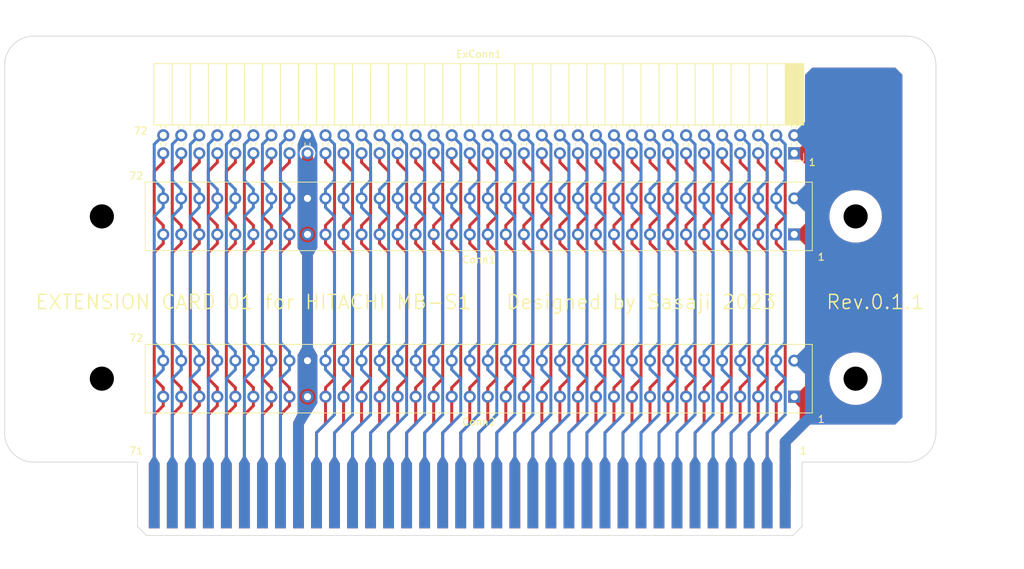
<source format=kicad_pcb>
(kicad_pcb (version 20211014) (generator pcbnew)
  (title_block (title "EXTENSION CARD 01 for HITACHI MB-S1") (date "2023-03-10") (rev "0.1.1") (company "Designed by Sasaji 2023"))
  (layers (0 "F.Cu" signal) (31 "B.Cu" signal) (34 "B.Paste" user) (35 "F.Paste" user) (36 "B.SilkS" user "B.Silkscreen") (37 "F.SilkS" user "F.Silkscreen") (38 "B.Mask" user) (39 "F.Mask" user) (44 "Edge.Cuts" user))
  (net 0 "")
  (net 1 "/Vcc1")
  (net 2 "/GND1")
  (net 3 "/D0")
  (net 4 "/D1")
  (net 5 "/D2")
  (net 6 "/D3")
  (net 7 "/D4")
  (net 8 "/D5")
  (net 9 "/D6")
  (net 10 "/D7")
  (net 11 "/A0")
  (net 12 "/A1")
  (net 13 "/A2")
  (net 14 "/A3")
  (net 15 "/A4")
  (net 16 "/A5")
  (net 17 "/A6")
  (net 18 "/A7")
  (net 19 "/A8")
  (net 20 "/A9")
  (net 21 "/A10")
  (net 22 "/A11")
  (net 23 "/A12")
  (net 24 "/A13")
  (net 25 "/A14")
  (net 26 "/A15")
  (net 27 "/BA")
  (net 28 "/BS")
  (net 29 "/~{ROMKIL}")
  (net 30 "/EXROMKIL")
  (net 31 "/R{slash}W_IN")
  (net 32 "/~{EX_IO}")
  (net 33 "/R{slash}W_OUT")
  (net 34 "/VMA_OUT")
  (net 35 "/E")
  (net 36 "/Q")
  (net 37 "/~{RES}")
  (net 38 "/~{NMI}")
  (net 39 "/~{IRQ}")
  (net 40 "/~{FIRQ}")
  (net 41 "/~{HALT}")
  (net 42 "/~{VMA_CTRL}")
  (net 43 "/~{DMA}")
  (net 44 "/~{TMG2}")
  (net 45 "/HALT_ACK")
  (net 46 "/SOUND_IN")
  (net 47 "/16MCLK")
  (net 48 "/2MCLK")
  (net 49 "/-5V")
  (net 50 "/-12V")
  (net 51 "/+12V")
  (net 52 "/A16")
  (net 53 "/A17")
  (net 54 "/A18")
  (net 55 "/A19")
  (net 56 "/~{RAM0}")
  (net 57 "/MPUE")
  (net 58 "/~{RAS}")
  (net 59 "/~{CAS}")
  (net 60 "/~{REF}")
  (net 61 "/~{RASCAS}")
  (net 62 "/~{INT_REF_KIL}")
  (net 63 "/~{S1_IF_SEL}")
  (net 64 "/~{WAIT}")
  (net 65 "/~{MBC}")
  (net 66 "/~{BREQ_OUT}")
  (net 67 "/~{BG_IN}")
  (net 68 "/~{EX_IO2}")
  (net 69 "/GND3")
  (net 70 "/GND4")
  (net 71 "/GND2")
  (net 72 "/Vcc2")
  (footprint "MyConn:MyPad_1" (layer "F.Cu") (at 162.56 90.17)
    (fp_text reference "J2")
    (fp_text value "Conn_01x01")
  )
  (footprint "Connector_PinSocket_2.54mm:PinSocket_2x36_P2.54mm_Horizontal" (layer "F.Cu") (at 158.75 92.71 -90)
    (fp_text reference "ExConn1")
    (fp_text value "Conn_02x36_Odd_Even")
  )
  (footprint "MyConn:MyConn_2x36_2.54" (layer "F.Cu") (at 114.3 124.46)
    (fp_text reference "Conn2")
    (fp_text value "Conn_02x36_Odd_Even")
  )
  (footprint "MyConn:MyPad_1" (layer "F.Cu") (at 162.56 92.71)
    (fp_text reference "J1")
    (fp_text value "Conn_01x01")
  )
  (footprint "MyConn:MyConn_2x36_2.54" (layer "F.Cu") (at 114.3 101.6)
    (fp_text reference "Conn1")
    (fp_text value "Conn_02x36_Odd_Even")
  )
  (footprint "CardEdge:CardEdge72T" (layer "B.Cu") (at 111.76 140.97 180)
    (fp_text reference "Edge1")
    (fp_text value "Conn_02x36_Odd_Even")
  )
  (gr_arc (start 174.5996 76.2) (mid 177.509203 77.405197) (end 178.7144 80.3148) (layer "Edge.Cuts") (width 0.1))
  (gr_arc (start 178.7144 132.1054) (mid 177.509203 135.015002) (end 174.5996 136.2202) (layer "Edge.Cuts") (width 0.1))
  (gr_line (start 47.5 132.1054) (end 47.5 80.3148) (layer "Edge.Cuts") (width 0.1))
  (gr_line (start 51.6148 76.2) (end 174.5996 76.2) (layer "Edge.Cuts") (width 0.1))
  (gr_line (start 66.2178 145.288) (end 67.4878 146.558) (layer "Edge.Cuts") (width 0.1))
  (gr_line (start 67.4878 146.558) (end 158.5722 146.558) (layer "Edge.Cuts") (width 0.1))
  (gr_line (start 178.7144 80.3148) (end 178.7144 132.1054) (layer "Edge.Cuts") (width 0.1))
  (gr_arc (start 47.5 80.3148) (mid 48.705197 77.405197) (end 51.6148 76.2) (layer "Edge.Cuts") (width 0.1))
  (gr_line (start 66.2178 136.2202) (end 66.2178 145.288) (layer "Edge.Cuts") (width 0.1))
  (gr_line (start 158.5722 146.558) (end 159.8422 145.288) (layer "Edge.Cuts") (width 0.1))
  (gr_arc (start 51.6148 136.2202) (mid 48.705197 135.015003) (end 47.5 132.1054) (layer "Edge.Cuts") (width 0.1))
  (gr_line (start 159.8422 136.2202) (end 174.5996 136.2202) (layer "Edge.Cuts") (width 0.1))
  (gr_line (start 66.2178 136.2202) (end 51.6148 136.2202) (layer "Edge.Cuts") (width 0.1))
  (gr_line (start 159.8422 145.288) (end 159.8422 136.2202) (layer "Edge.Cuts") (width 0.1))
  (gr_text "Designed by Sasaji 2023\n" (at 137.16 113.665) (layer "F.SilkS") (effects (font (size 2 2) (thickness 0.2))))
  (gr_text "Rev.0.1.1" (at 170.18 113.665) (layer "F.SilkS") (effects (font (size 2 2) (thickness 0.2))))
  (gr_text "EXTENSION CARD 01 for HITACHI MB-S1" (at 82.55 113.665) (layer "F.SilkS") (effects (font (size 2 2) (thickness 0.2))))
  (segment (start 158.75 127) (end 161.036 127) (width 1.524) (layer "F.Cu") (net 1))
  (segment (start 161.29 104.394) (end 161.29 100.33) (width 1.524) (layer "F.Cu") (net 1))
  (segment (start 161.29 105.41) (end 161.29 104.394) (width 1.524) (layer "F.Cu") (net 1))
  (segment (start 158.75 92.71) (end 162.56 92.71) (width 1.524) (layer "F.Cu") (net 1))
  (segment (start 157.48 139.7) (end 157.48 133.35) (width 1.524) (layer "F.Cu") (net 1))
  (segment (start 161.036 104.14) (end 161.29 104.394) (width 1.524) (layer "F.Cu") (net 1))
  (segment (start 161.036 127) (end 161.29 127.254) (width 1.524) (layer "F.Cu") (net 1))
  (segment (start 161.29 100.33) (end 162.56 99.06) (width 1.524) (layer "F.Cu") (net 1))
  (segment (start 161.29 105.41) (end 161.29 125.095) (width 1.524) (layer "F.Cu") (net 1))
  (segment (start 162.56 92.71) (end 162.56 99.06) (width 1.524) (layer "F.Cu") (net 1))
  (segment (start 158.75 104.14) (end 161.036 104.14) (width 1.524) (layer "F.Cu") (net 1))
  (segment (start 161.29 127.254) (end 161.29 125.095) (width 1.524) (layer "F.Cu") (net 1))
  (segment (start 157.48 133.35) (end 161.29 129.54) (width 1.524) (layer "F.Cu") (net 1))
  (segment (start 161.29 128.27) (end 161.29 127.254) (width 1.524) (layer "F.Cu") (net 1))
  (segment (start 161.29 129.54) (end 161.29 128.27) (width 1.524) (layer "F.Cu") (net 1))
  (segment (start 161.163 121.92) (end 161.29 122.047) (width 1.524) (layer "B.Cu") (net 2))
  (segment (start 158.75 90.17) (end 162.56 90.17) (width 1.524) (layer "B.Cu") (net 2))
  (segment (start 161.29 101.6) (end 161.29 103.505) (width 1.524) (layer "B.Cu") (net 2))
  (segment (start 161.29 129.54) (end 161.29 125.73) (width 1.524) (layer "B.Cu") (net 2))
  (segment (start 162.56 90.17) (end 162.56 99.06) (width 1.524) (layer "B.Cu") (net 2))
  (segment (start 157.48 133.35) (end 161.29 129.54) (width 1.524) (layer "B.Cu") (net 2))
  (segment (start 158.75 99.06) (end 162.56 99.06) (width 1.524) (layer "B.Cu") (net 2))
  (segment (start 161.29 124.46) (end 161.29 123.19) (width 1.524) (layer "B.Cu") (net 2))
  (segment (start 161.29 103.505) (end 161.29 120.65) (width 1.524) (layer "B.Cu") (net 2))
  (segment (start 162.56 99.06) (end 161.29 100.33) (width 1.524) (layer "B.Cu") (net 2))
  (segment (start 161.29 100.33) (end 161.29 101.6) (width 1.524) (layer "B.Cu") (net 2))
  (segment (start 158.75 121.92) (end 161.163 121.92) (width 1.524) (layer "B.Cu") (net 2))
  (segment (start 161.29 122.047) (end 161.29 120.65) (width 1.524) (layer "B.Cu") (net 2))
  (segment (start 157.48 140.335) (end 157.48 133.35) (width 1.524) (layer "B.Cu") (net 2))
  (segment (start 161.29 125.73) (end 161.29 124.46) (width 1.524) (layer "B.Cu") (net 2))
  (segment (start 161.29 123.19) (end 161.29 122.047) (width 1.524) (layer "B.Cu") (net 2))
  (segment (start 161.29 102.87) (end 161.29 103.505) (width 1.524) (layer "B.Cu") (net 2))
  (segment (start 157.48 95.25) (end 156.21 93.98) (width 0.42) (layer "F.Cu") (net 3))
  (segment (start 156.21 104.14) (end 156.21 102.87) (width 0.42) (layer "F.Cu") (net 3))
  (segment (start 157.48 106.68) (end 156.21 105.41) (width 0.42) (layer "F.Cu") (net 3))
  (segment (start 154.94 132.08) (end 156.21 130.81) (width 0.42) (layer "F.Cu") (net 3))
  (segment (start 156.21 105.41) (end 156.21 104.14) (width 0.42) (layer "F.Cu") (net 3))
  (segment (start 157.48 101.6) (end 157.48 95.25) (width 0.42) (layer "F.Cu") (net 3))
  (segment (start 156.21 125.73) (end 157.48 124.46) (width 0.42) (layer "F.Cu") (net 3))
  (segment (start 156.21 130.81) (end 156.21 127) (width 0.42) (layer "F.Cu") (net 3))
  (segment (start 154.94 140.97) (end 154.94 132.08) (width 0.42) (layer "F.Cu") (net 3))
  (segment (start 156.21 102.87) (end 157.48 101.6) (width 0.42) (layer "F.Cu") (net 3))
  (segment (start 156.21 93.98) (end 156.21 92.71) (width 0.42) (layer "F.Cu") (net 3))
  (segment (start 157.48 124.46) (end 157.48 106.68) (width 0.42) (layer "F.Cu") (net 3))
  (segment (start 156.21 127) (end 156.21 125.73) (width 0.42) (layer "F.Cu") (net 3))
  (segment (start 154.94 140.97) (end 154.94 132.08) (width 0.42) (layer "B.Cu") (net 4))
  (segment (start 157.48 96.52) (end 157.48 91.44) (width 0.42) (layer "B.Cu") (net 4))
  (segment (start 156.21 121.92) (end 156.21 120.65) (width 0.42) (layer "B.Cu") (net 4))
  (segment (start 157.48 101.6) (end 156.21 100.33) (width 0.42) (layer "B.Cu") (net 4))
  (segment (start 157.48 91.44) (end 156.21 90.17) (width 0.42) (layer "B.Cu") (net 4))
  (segment (start 156.21 100.33) (end 156.21 99.06) (width 0.42) (layer "B.Cu") (net 4))
  (segment (start 156.21 99.06) (end 156.21 97.79) (width 0.42) (layer "B.Cu") (net 4))
  (segment (start 157.48 124.46) (end 156.21 123.19) (width 0.42) (layer "B.Cu") (net 4))
  (segment (start 156.21 123.19) (end 156.21 121.92) (width 0.42) (layer "B.Cu") (net 4))
  (segment (start 157.48 119.38) (end 157.48 101.6) (width 0.42) (layer "B.Cu") (net 4))
  (segment (start 156.21 120.65) (end 157.48 119.38) (width 0.42) (layer "B.Cu") (net 4))
  (segment (start 154.94 132.08) (end 157.48 129.54) (width 0.42) (layer "B.Cu") (net 4))
  (segment (start 156.21 97.79) (end 157.48 96.52) (width 0.42) (layer "B.Cu") (net 4))
  (segment (start 157.48 129.54) (end 157.48 124.46) (width 0.42) (layer "B.Cu") (net 4))
  (segment (start 153.67 104.14) (end 153.67 102.87) (width 0.42) (layer "F.Cu") (net 5))
  (segment (start 153.67 102.87) (end 154.94 101.6) (width 0.42) (layer "F.Cu") (net 5))
  (segment (start 152.4 140.97) (end 152.4 132.08) (width 0.42) (layer "F.Cu") (net 5))
  (segment (start 154.94 101.6) (end 154.94 95.25) (width 0.42) (layer "F.Cu") (net 5))
  (segment (start 152.4 132.08) (end 153.67 130.81) (width 0.42) (layer "F.Cu") (net 5))
  (segment (start 153.67 130.81) (end 153.67 127) (width 0.42) (layer "F.Cu") (net 5))
  (segment (start 153.67 105.41) (end 153.67 104.14) (width 0.42) (layer "F.Cu") (net 5))
  (segment (start 153.67 127) (end 153.67 125.73) (width 0.42) (layer "F.Cu") (net 5))
  (segment (start 153.67 125.73) (end 154.94 124.46) (width 0.42) (layer "F.Cu") (net 5))
  (segment (start 154.94 95.25) (end 153.67 93.98) (width 0.42) (layer "F.Cu") (net 5))
  (segment (start 154.94 124.46) (end 154.94 106.68) (width 0.42) (layer "F.Cu") (net 5))
  (segment (start 154.94 106.68) (end 153.67 105.41) (width 0.42) (layer "F.Cu") (net 5))
  (segment (start 153.67 93.98) (end 153.67 92.71) (width 0.42) (layer "F.Cu") (net 5))
  (segment (start 154.94 101.6) (end 153.67 100.33) (width 0.42) (layer "B.Cu") (net 6))
  (segment (start 153.67 120.65) (end 154.94 119.38) (width 0.42) (layer "B.Cu") (net 6))
  (segment (start 153.67 97.79) (end 154.94 96.52) (width 0.42) (layer "B.Cu") (net 6))
  (segment (start 154.94 91.44) (end 153.67 90.17) (width 0.42) (layer "B.Cu") (net 6))
  (segment (start 154.94 119.38) (end 154.94 101.6) (width 0.42) (layer "B.Cu") (net 6))
  (segment (start 153.67 100.33) (end 153.67 99.06) (width 0.42) (layer "B.Cu") (net 6))
  (segment (start 153.67 99.06) (end 153.67 97.79) (width 0.42) (layer "B.Cu") (net 6))
  (segment (start 154.94 129.54) (end 154.94 124.46) (width 0.42) (layer "B.Cu") (net 6))
  (segment (start 153.67 121.92) (end 153.67 120.65) (width 0.42) (layer "B.Cu") (net 6))
  (segment (start 152.4 140.97) (end 152.4 132.08) (width 0.42) (layer "B.Cu") (net 6))
  (segment (start 152.4 132.08) (end 154.94 129.54) (width 0.42) (layer "B.Cu") (net 6))
  (segment (start 154.94 96.52) (end 154.94 91.44) (width 0.42) (layer "B.Cu") (net 6))
  (segment (start 153.67 123.19) (end 153.67 121.92) (width 0.42) (layer "B.Cu") (net 6))
  (segment (start 154.94 124.46) (end 153.67 123.19) (width 0.42) (layer "B.Cu") (net 6))
  (segment (start 151.13 125.73) (end 152.4 124.46) (width 0.42) (layer "F.Cu") (net 7))
  (segment (start 149.86 140.97) (end 149.86 132.08) (width 0.42) (layer "F.Cu") (net 7))
  (segment (start 151.13 130.81) (end 151.13 127) (width 0.42) (layer "F.Cu") (net 7))
  (segment (start 152.4 124.46) (end 152.4 106.68) (width 0.42) (layer "F.Cu") (net 7))
  (segment (start 151.13 93.98) (end 151.13 92.71) (width 0.42) (layer "F.Cu") (net 7))
  (segment (start 149.86 132.08) (end 151.13 130.81) (width 0.42) (layer "F.Cu") (net 7))
  (segment (start 152.4 101.6) (end 152.4 95.25) (width 0.42) (layer "F.Cu") (net 7))
  (segment (start 151.13 104.14) (end 151.13 102.87) (width 0.42) (layer "F.Cu") (net 7))
  (segment (start 151.13 105.41) (end 151.13 104.14) (width 0.42) (layer "F.Cu") (net 7))
  (segment (start 152.4 95.25) (end 151.13 93.98) (width 0.42) (layer "F.Cu") (net 7))
  (segment (start 151.13 102.87) (end 152.4 101.6) (width 0.42) (layer "F.Cu") (net 7))
  (segment (start 152.4 106.68) (end 151.13 105.41) (width 0.42) (layer "F.Cu") (net 7))
  (segment (start 151.13 127) (end 151.13 125.73) (width 0.42) (layer "F.Cu") (net 7))
  (segment (start 151.13 99.06) (end 151.13 97.79) (width 0.42) (layer "B.Cu") (net 8))
  (segment (start 149.86 132.08) (end 152.4 129.54) (width 0.42) (layer "B.Cu") (net 8))
  (segment (start 151.13 120.65) (end 152.4 119.38) (width 0.42) (layer "B.Cu") (net 8))
  (segment (start 151.13 100.33) (end 151.13 99.06) (width 0.42) (layer "B.Cu") (net 8))
  (segment (start 152.4 129.54) (end 152.4 124.46) (width 0.42) (layer "B.Cu") (net 8))
  (segment (start 152.4 119.38) (end 152.4 101.6) (width 0.42) (layer "B.Cu") (net 8))
  (segment (start 152.4 124.46) (end 151.13 123.19) (width 0.42) (layer "B.Cu") (net 8))
  (segment (start 152.4 96.52) (end 152.4 91.44) (width 0.42) (layer "B.Cu") (net 8))
  (segment (start 151.13 121.92) (end 151.13 120.65) (width 0.42) (layer "B.Cu") (net 8))
  (segment (start 149.86 140.97) (end 149.86 132.08) (width 0.42) (layer "B.Cu") (net 8))
  (segment (start 152.4 91.44) (end 151.13 90.17) (width 0.42) (layer "B.Cu") (net 8))
  (segment (start 151.13 97.79) (end 152.4 96.52) (width 0.42) (layer "B.Cu") (net 8))
  (segment (start 152.4 101.6) (end 151.13 100.33) (width 0.42) (layer "B.Cu") (net 8))
  (segment (start 151.13 123.19) (end 151.13 121.92) (width 0.42) (layer "B.Cu") (net 8))
  (segment (start 149.86 101.6) (end 149.86 95.25) (width 0.42) (layer "F.Cu") (net 9))
  (segment (start 149.86 95.25) (end 148.59 93.98) (width 0.42) (layer "F.Cu") (net 9))
  (segment (start 148.59 105.41) (end 148.59 104.14) (width 0.42) (layer "F.Cu") (net 9))
  (segment (start 148.59 127) (end 148.59 125.73) (width 0.42) (layer "F.Cu") (net 9))
  (segment (start 147.32 132.08) (end 148.59 130.81) (width 0.42) (layer "F.Cu") (net 9))
  (segment (start 148.59 104.14) (end 148.59 102.87) (width 0.42) (layer "F.Cu") (net 9))
  (segment (start 148.59 130.81) (end 148.59 127) (width 0.42) (layer "F.Cu") (net 9))
  (segment (start 149.86 106.68) (end 148.59 105.41) (width 0.42) (layer "F.Cu") (net 9))
  (segment (start 149.86 124.46) (end 149.86 106.68) (width 0.42) (layer "F.Cu") (net 9))
  (segment (start 148.59 125.73) (end 149.86 124.46) (width 0.42) (layer "F.Cu") (net 9))
  (segment (start 148.59 93.98) (end 148.59 92.71) (width 0.42) (layer "F.Cu") (net 9))
  (segment (start 148.59 102.87) (end 149.86 101.6) (width 0.42) (layer "F.Cu") (net 9))
  (segment (start 147.32 140.97) (end 147.32 132.08) (width 0.42) (layer "F.Cu") (net 9))
  (segment (start 148.59 120.65) (end 149.86 119.38) (width 0.42) (layer "B.Cu") (net 10))
  (segment (start 148.59 123.19) (end 148.59 121.92) (width 0.42) (layer "B.Cu") (net 10))
  (segment (start 148.59 97.79) (end 149.86 96.52) (width 0.42) (layer "B.Cu") (net 10))
  (segment (start 149.86 119.38) (end 149.86 101.6) (width 0.42) (layer "B.Cu") (net 10))
  (segment (start 148.59 99.06) (end 148.59 97.79) (width 0.42) (layer "B.Cu") (net 10))
  (segment (start 149.86 124.46) (end 148.59 123.19) (width 0.42) (layer "B.Cu") (net 10))
  (segment (start 149.86 96.52) (end 149.86 91.44) (width 0.42) (layer "B.Cu") (net 10))
  (segment (start 147.32 140.97) (end 147.32 132.08) (width 0.42) (layer "B.Cu") (net 10))
  (segment (start 149.86 91.44) (end 148.59 90.17) (width 0.42) (layer "B.Cu") (net 10))
  (segment (start 149.86 129.54) (end 149.86 124.46) (width 0.42) (layer "B.Cu") (net 10))
  (segment (start 149.86 101.6) (end 148.59 100.33) (width 0.42) (layer "B.Cu") (net 10))
  (segment (start 148.59 121.92) (end 148.59 120.65) (width 0.42) (layer "B.Cu") (net 10))
  (segment (start 148.59 100.33) (end 148.59 99.06) (width 0.42) (layer "B.Cu") (net 10))
  (segment (start 147.32 132.08) (end 149.86 129.54) (width 0.42) (layer "B.Cu") (net 10))
  (segment (start 147.32 106.68) (end 146.05 105.41) (width 0.42) (layer "F.Cu") (net 11))
  (segment (start 147.32 95.25) (end 146.05 93.98) (width 0.42) (layer "F.Cu") (net 11))
  (segment (start 147.32 101.6) (end 147.32 95.25) (width 0.42) (layer "F.Cu") (net 11))
  (segment (start 146.05 93.98) (end 146.05 92.71) (width 0.42) (layer "F.Cu") (net 11))
  (segment (start 146.05 127) (end 146.05 125.73) (width 0.42) (layer "F.Cu") (net 11))
  (segment (start 144.78 140.97) (end 144.78 132.08) (width 0.42) (layer "F.Cu") (net 11))
  (segment (start 146.05 130.81) (end 146.05 127) (width 0.42) (layer "F.Cu") (net 11))
  (segment (start 146.05 102.87) (end 147.32 101.6) (width 0.42) (layer "F.Cu") (net 11))
  (segment (start 147.32 124.46) (end 147.32 106.68) (width 0.42) (layer "F.Cu") (net 11))
  (segment (start 146.05 125.73) (end 147.32 124.46) (width 0.42) (layer "F.Cu") (net 11))
  (segment (start 146.05 104.14) (end 146.05 102.87) (width 0.42) (layer "F.Cu") (net 11))
  (segment (start 146.05 105.41) (end 146.05 104.14) (width 0.42) (layer "F.Cu") (net 11))
  (segment (start 144.78 132.08) (end 146.05 130.81) (width 0.42) (layer "F.Cu") (net 11))
  (segment (start 146.05 99.06) (end 146.05 97.79) (width 0.42) (layer "B.Cu") (net 12))
  (segment (start 144.78 140.97) (end 144.78 132.08) (width 0.42) (layer "B.Cu") (net 12))
  (segment (start 147.32 101.6) (end 146.05 100.33) (width 0.42) (layer "B.Cu") (net 12))
  (segment (start 146.05 121.92) (end 146.05 120.65) (width 0.42) (layer "B.Cu") (net 12))
  (segment (start 147.32 129.54) (end 147.32 124.46) (width 0.42) (layer "B.Cu") (net 12))
  (segment (start 147.32 119.38) (end 147.32 101.6) (width 0.42) (layer "B.Cu") (net 12))
  (segment (start 146.05 97.79) (end 147.32 96.52) (width 0.42) (layer "B.Cu") (net 12))
  (segment (start 147.32 124.46) (end 146.05 123.19) (width 0.42) (layer "B.Cu") (net 12))
  (segment (start 146.05 120.65) (end 147.32 119.38) (width 0.42) (layer "B.Cu") (net 12))
  (segment (start 146.05 123.19) (end 146.05 121.92) (width 0.42) (layer "B.Cu") (net 12))
  (segment (start 147.32 96.52) (end 147.32 91.44) (width 0.42) (layer "B.Cu") (net 12))
  (segment (start 144.78 132.08) (end 147.32 129.54) (width 0.42) (layer "B.Cu") (net 12))
  (segment (start 147.32 91.44) (end 146.05 90.17) (width 0.42) (layer "B.Cu") (net 12))
  (segment (start 146.05 100.33) (end 146.05 99.06) (width 0.42) (layer "B.Cu") (net 12))
  (segment (start 143.51 102.87) (end 144.78 101.6) (width 0.42) (layer "F.Cu") (net 13))
  (segment (start 142.24 140.97) (end 142.24 132.08) (width 0.42) (layer "F.Cu") (net 13))
  (segment (start 144.78 106.68) (end 143.51 105.41) (width 0.42) (layer "F.Cu") (net 13))
  (segment (start 144.78 101.6) (end 144.78 95.25) (width 0.42) (layer "F.Cu") (net 13))
  (segment (start 143.51 93.98) (end 143.51 92.71) (width 0.42) (layer "F.Cu") (net 13))
  (segment (start 142.24 132.08) (end 143.51 130.81) (width 0.42) (layer "F.Cu") (net 13))
  (segment (start 143.51 130.81) (end 143.51 127) (width 0.42) (layer "F.Cu") (net 13))
  (segment (start 143.51 125.73) (end 144.78 124.46) (width 0.42) (layer "F.Cu") (net 13))
  (segment (start 144.78 124.46) (end 144.78 106.68) (width 0.42) (layer "F.Cu") (net 13))
  (segment (start 143.51 105.41) (end 143.51 104.14) (width 0.42) (layer "F.Cu") (net 13))
  (segment (start 144.78 95.25) (end 143.51 93.98) (width 0.42) (layer "F.Cu") (net 13))
  (segment (start 143.51 104.14) (end 143.51 102.87) (width 0.42) (layer "F.Cu") (net 13))
  (segment (start 143.51 127) (end 143.51 125.73) (width 0.42) (layer "F.Cu") (net 13))
  (segment (start 143.51 123.19) (end 143.51 121.92) (width 0.42) (layer "B.Cu") (net 14))
  (segment (start 144.78 91.44) (end 143.51 90.17) (width 0.42) (layer "B.Cu") (net 14))
  (segment (start 144.78 124.46) (end 143.51 123.19) (width 0.42) (layer "B.Cu") (net 14))
  (segment (start 144.78 129.54) (end 144.78 124.46) (width 0.42) (layer "B.Cu") (net 14))
  (segment (start 143.51 100.33) (end 143.51 99.06) (width 0.42) (layer "B.Cu") (net 14))
  (segment (start 143.51 97.79) (end 144.78 96.52) (width 0.42) (layer "B.Cu") (net 14))
  (segment (start 144.78 119.38) (end 144.78 101.6) (width 0.42) (layer "B.Cu") (net 14))
  (segment (start 143.51 121.92) (end 143.51 120.65) (width 0.42) (layer "B.Cu") (net 14))
  (segment (start 143.51 120.65) (end 144.78 119.38) (width 0.42) (layer "B.Cu") (net 14))
  (segment (start 144.78 96.52) (end 144.78 91.44) (width 0.42) (layer "B.Cu") (net 14))
  (segment (start 142.24 132.08) (end 144.78 129.54) (width 0.42) (layer "B.Cu") (net 14))
  (segment (start 144.78 101.6) (end 143.51 100.33) (width 0.42) (layer "B.Cu") (net 14))
  (segment (start 143.51 99.06) (end 143.51 97.79) (width 0.42) (layer "B.Cu") (net 14))
  (segment (start 142.24 140.97) (end 142.24 132.08) (width 0.42) (layer "B.Cu") (net 14))
  (segment (start 140.97 102.87) (end 142.24 101.6) (width 0.42) (layer "F.Cu") (net 15))
  (segment (start 140.97 105.41) (end 140.97 104.14) (width 0.42) (layer "F.Cu") (net 15))
  (segment (start 139.7 132.08) (end 140.97 130.81) (width 0.42) (layer "F.Cu") (net 15))
  (segment (start 140.97 93.98) (end 140.97 92.71) (width 0.42) (layer "F.Cu") (net 15))
  (segment (start 142.24 124.46) (end 142.24 106.68) (width 0.42) (layer "F.Cu") (net 15))
  (segment (start 140.97 130.81) (end 140.97 127) (width 0.42) (layer "F.Cu") (net 15))
  (segment (start 139.7 140.97) (end 139.7 132.08) (width 0.42) (layer "F.Cu") (net 15))
  (segment (start 140.97 104.14) (end 140.97 102.87) (width 0.42) (layer "F.Cu") (net 15))
  (segment (start 142.24 95.25) (end 140.97 93.98) (width 0.42) (layer "F.Cu") (net 15))
  (segment (start 140.97 127) (end 140.97 125.73) (width 0.42) (layer "F.Cu") (net 15))
  (segment (start 142.24 106.68) (end 140.97 105.41) (width 0.42) (layer "F.Cu") (net 15))
  (segment (start 140.97 125.73) (end 142.24 124.46) (width 0.42) (layer "F.Cu") (net 15))
  (segment (start 142.24 101.6) (end 142.24 95.25) (width 0.42) (layer "F.Cu") (net 15))
  (segment (start 140.97 100.33) (end 140.97 99.06) (width 0.42) (layer "B.Cu") (net 16))
  (segment (start 139.7 140.97) (end 139.7 132.08) (width 0.42) (layer "B.Cu") (net 16))
  (segment (start 142.24 101.6) (end 140.97 100.33) (width 0.42) (layer "B.Cu") (net 16))
  (segment (start 142.24 96.52) (end 142.24 91.44) (width 0.42) (layer "B.Cu") (net 16))
  (segment (start 142.24 91.44) (end 140.97 90.17) (width 0.42) (layer "B.Cu") (net 16))
  (segment (start 142.24 119.38) (end 142.24 101.6) (width 0.42) (layer "B.Cu") (net 16))
  (segment (start 139.7 132.08) (end 142.24 129.54) (width 0.42) (layer "B.Cu") (net 16))
  (segment (start 142.24 129.54) (end 142.24 124.46) (width 0.42) (layer "B.Cu") (net 16))
  (segment (start 140.97 97.79) (end 142.24 96.52) (width 0.42) (layer "B.Cu") (net 16))
  (segment (start 142.24 124.46) (end 140.97 123.19) (width 0.42) (layer "B.Cu") (net 16))
  (segment (start 140.97 123.19) (end 140.97 121.92) (width 0.42) (layer "B.Cu") (net 16))
  (segment (start 140.97 120.65) (end 142.24 119.38) (width 0.42) (layer "B.Cu") (net 16))
  (segment (start 140.97 121.92) (end 140.97 120.65) (width 0.42) (layer "B.Cu") (net 16))
  (segment (start 140.97 99.06) (end 140.97 97.79) (width 0.42) (layer "B.Cu") (net 16))
  (segment (start 137.16 132.08) (end 138.43 130.81) (width 0.42) (layer "F.Cu") (net 17))
  (segment (start 138.43 127) (end 138.43 125.73) (width 0.42) (layer "F.Cu") (net 17))
  (segment (start 139.7 95.25) (end 138.43 93.98) (width 0.42) (layer "F.Cu") (net 17))
  (segment (start 138.43 105.41) (end 138.43 104.14) (width 0.42) (layer "F.Cu") (net 17))
  (segment (start 139.7 106.68) (end 138.43 105.41) (width 0.42) (layer "F.Cu") (net 17))
  (segment (start 139.7 101.6) (end 139.7 95.25) (width 0.42) (layer "F.Cu") (net 17))
  (segment (start 138.43 93.98) (end 138.43 92.71) (width 0.42) (layer "F.Cu") (net 17))
  (segment (start 139.7 124.46) (end 139.7 106.68) (width 0.42) (layer "F.Cu") (net 17))
  (segment (start 138.43 104.14) (end 138.43 102.87) (width 0.42) (layer "F.Cu") (net 17))
  (segment (start 138.43 130.81) (end 138.43 127) (width 0.42) (layer "F.Cu") (net 17))
  (segment (start 137.16 140.97) (end 137.16 132.08) (width 0.42) (layer "F.Cu") (net 17))
  (segment (start 138.43 102.87) (end 139.7 101.6) (width 0.42) (layer "F.Cu") (net 17))
  (segment (start 138.43 125.73) (end 139.7 124.46) (width 0.42) (layer "F.Cu") (net 17))
  (segment (start 139.7 91.44) (end 138.43 90.17) (width 0.42) (layer "B.Cu") (net 18))
  (segment (start 138.43 123.110625) (end 138.43 121.92) (width 0.42) (layer "B.Cu") (net 18))
  (segment (start 138.43 121.92) (end 138.43 120.65) (width 0.42) (layer "B.Cu") (net 18))
  (segment (start 139.7 96.52) (end 139.7 91.44) (width 0.42) (layer "B.Cu") (net 18))
  (segment (start 139.7 119.38) (end 139.7 101.6) (width 0.42) (layer "B.Cu") (net 18))
  (segment (start 138.43 120.65) (end 139.7 119.38) (width 0.42) (layer "B.Cu") (net 18))
  (segment (start 139.7 129.54) (end 139.7 124.380625) (width 0.42) (layer "B.Cu") (net 18))
  (segment (start 139.7 124.380625) (end 138.43 123.110625) (width 0.42) (layer "B.Cu") (net 18))
  (segment (start 139.7 101.6) (end 138.43 100.33) (width 0.42) (layer "B.Cu") (net 18))
  (segment (start 137.16 140.97) (end 137.16 132.08) (width 0.42) (layer "B.Cu") (net 18))
  (segment (start 138.43 99.06) (end 138.43 97.79) (width 0.42) (layer "B.Cu") (net 18))
  (segment (start 138.43 97.79) (end 139.7 96.52) (width 0.42) (layer "B.Cu") (net 18))
  (segment (start 138.43 100.33) (end 138.43 99.06) (width 0.42) (layer "B.Cu") (net 18))
  (segment (start 137.16 132.08) (end 139.7 129.54) (width 0.42) (layer "B.Cu") (net 18))
  (segment (start 135.89 102.87) (end 137.16 101.6) (width 0.42) (layer "F.Cu") (net 19))
  (segment (start 137.16 124.46) (end 137.16 106.68) (width 0.42) (layer "F.Cu") (net 19))
  (segment (start 135.89 130.81) (end 135.89 127) (width 0.42) (layer "F.Cu") (net 19))
  (segment (start 135.89 105.41) (end 135.89 104.14) (width 0.42) (layer "F.Cu") (net 19))
  (segment (start 137.16 106.68) (end 135.89 105.41) (width 0.42) (layer "F.Cu") (net 19))
  (segment (start 135.89 125.73) (end 137.16 124.46) (width 0.42) (layer "F.Cu") (net 19))
  (segment (start 134.62 140.97) (end 134.62 132.08) (width 0.42) (layer "F.Cu") (net 19))
  (segment (start 135.89 93.98) (end 135.89 92.71) (width 0.42) (layer "F.Cu") (net 19))
  (segment (start 137.16 95.25) (end 135.89 93.98) (width 0.42) (layer "F.Cu") (net 19))
  (segment (start 137.16 101.6) (end 137.16 95.25) (width 0.42) (layer "F.Cu") (net 19))
  (segment (start 135.89 104.14) (end 135.89 102.87) (width 0.42) (layer "F.Cu") (net 19))
  (segment (start 135.89 127) (end 135.89 125.73) (width 0.42) (layer "F.Cu") (net 19))
  (segment (start 134.62 132.08) (end 135.89 130.81) (width 0.42) (layer "F.Cu") (net 19))
  (segment (start 137.16 91.44) (end 135.89 90.17) (width 0.42) (layer "B.Cu") (net 20))
  (segment (start 137.16 129.54) (end 137.16 124.46) (width 0.42) (layer "B.Cu") (net 20))
  (segment (start 135.89 120.65) (end 137.16 119.38) (width 0.42) (layer "B.Cu") (net 20))
  (segment (start 135.89 99.06) (end 135.89 97.79) (width 0.42) (layer "B.Cu") (net 20))
  (segment (start 137.16 101.6) (end 135.89 100.33) (width 0.42) (layer "B.Cu") (net 20))
  (segment (start 137.16 96.52) (end 137.16 91.44) (width 0.42) (layer "B.Cu") (net 20))
  (segment (start 137.16 124.46) (end 135.89 123.19) (width 0.42) (layer "B.Cu") (net 20))
  (segment (start 135.89 97.79) (end 137.16 96.52) (width 0.42) (layer "B.Cu") (net 20))
  (segment (start 135.89 100.33) (end 135.89 99.06) (width 0.42) (layer "B.Cu") (net 20))
  (segment (start 134.62 132.08) (end 137.16 129.54) (width 0.42) (layer "B.Cu") (net 20))
  (segment (start 134.62 140.97) (end 134.62 132.08) (width 0.42) (layer "B.Cu") (net 20))
  (segment (start 137.16 119.38) (end 137.16 101.6) (width 0.42) (layer "B.Cu") (net 20))
  (segment (start 135.89 123.19) (end 135.89 121.92) (width 0.42) (layer "B.Cu") (net 20))
  (segment (start 135.89 121.92) (end 135.89 120.65) (width 0.42) (layer "B.Cu") (net 20))
  (segment (start 134.62 124.46) (end 134.62 106.68) (width 0.42) (layer "F.Cu") (net 21))
  (segment (start 134.62 106.68) (end 133.35 105.41) (width 0.42) (layer "F.Cu") (net 21))
  (segment (start 133.35 105.41) (end 133.35 104.14) (width 0.42) (layer "F.Cu") (net 21))
  (segment (start 132.08 140.97) (end 132.08 132.08) (width 0.42) (layer "F.Cu") (net 21))
  (segment (start 133.35 125.73) (end 134.62 124.46) (width 0.42) (layer "F.Cu") (net 21))
  (segment (start 133.35 130.81) (end 133.35 127) (width 0.42) (layer "F.Cu") (net 21))
  (segment (start 134.62 95.25) (end 133.35 93.98) (width 0.42) (layer "F.Cu") (net 21))
  (segment (start 133.35 127) (end 133.35 125.73) (width 0.42) (layer "F.Cu") (net 21))
  (segment (start 134.62 101.6) (end 134.62 95.25) (width 0.42) (layer "F.Cu") (net 21))
  (segment (start 133.35 102.87) (end 134.62 101.6) (width 0.42) (layer "F.Cu") (net 21))
  (segment (start 133.35 104.14) (end 133.35 102.87) (width 0.42) (layer "F.Cu") (net 21))
  (segment (start 132.08 132.08) (end 133.35 130.81) (width 0.42) (layer "F.Cu") (net 21))
  (segment (start 133.35 93.98) (end 133.35 92.71) (width 0.42) (layer "F.Cu") (net 21))
  (segment (start 134.62 129.54) (end 134.62 124.46) (width 0.42) (layer "B.Cu") (net 22))
  (segment (start 132.08 132.08) (end 134.62 129.54) (width 0.42) (layer "B.Cu") (net 22))
  (segment (start 132.08 140.97) (end 132.08 132.08) (width 0.42) (layer "B.Cu") (net 22))
  (segment (start 134.62 91.44) (end 133.35 90.17) (width 0.42) (layer "B.Cu") (net 22))
  (segment (start 134.62 101.6) (end 133.35 100.33) (width 0.42) (layer "B.Cu") (net 22))
  (segment (start 134.62 124.46) (end 133.35 123.19) (width 0.42) (layer "B.Cu") (net 22))
  (segment (start 133.35 120.65) (end 134.62 119.38) (width 0.42) (layer "B.Cu") (net 22))
  (segment (start 133.35 97.79) (end 134.62 96.52) (width 0.42) (layer "B.Cu") (net 22))
  (segment (start 133.35 121.92) (end 133.35 120.65) (width 0.42) (layer "B.Cu") (net 22))
  (segment (start 134.62 119.38) (end 134.62 101.6) (width 0.42) (layer "B.Cu") (net 22))
  (segment (start 134.62 96.52) (end 134.62 91.44) (width 0.42) (layer "B.Cu") (net 22))
  (segment (start 133.35 99.06) (end 133.35 97.79) (width 0.42) (layer "B.Cu") (net 22))
  (segment (start 133.35 123.19) (end 133.35 121.92) (width 0.42) (layer "B.Cu") (net 22))
  (segment (start 133.35 100.33) (end 133.35 99.06) (width 0.42) (layer "B.Cu") (net 22))
  (segment (start 132.08 124.46) (end 132.08 106.68) (width 0.42) (layer "F.Cu") (net 23))
  (segment (start 130.81 125.73) (end 132.08 124.46) (width 0.42) (layer "F.Cu") (net 23))
  (segment (start 130.81 105.41) (end 130.81 104.14) (width 0.42) (layer "F.Cu") (net 23))
  (segment (start 130.81 93.98) (end 130.81 92.71) (width 0.42) (layer "F.Cu") (net 23))
  (segment (start 130.81 127) (end 130.81 125.73) (width 0.42) (layer "F.Cu") (net 23))
  (segment (start 132.08 101.6) (end 132.08 95.25) (width 0.42) (layer "F.Cu") (net 23))
  (segment (start 130.81 102.87) (end 132.08 101.6) (width 0.42) (layer "F.Cu") (net 23))
  (segment (start 132.08 95.25) (end 130.81 93.98) (width 0.42) (layer "F.Cu") (net 23))
  (segment (start 130.81 130.81) (end 130.81 127) (width 0.42) (layer "F.Cu") (net 23))
  (segment (start 129.54 140.97) (end 129.54 132.08) (width 0.42) (layer "F.Cu") (net 23))
  (segment (start 130.81 104.14) (end 130.81 102.87) (width 0.42) (layer "F.Cu") (net 23))
  (segment (start 129.54 132.08) (end 130.81 130.81) (width 0.42) (layer "F.Cu") (net 23))
  (segment (start 132.08 106.68) (end 130.81 105.41) (width 0.42) (layer "F.Cu") (net 23))
  (segment (start 130.81 100.33) (end 130.81 99.06) (width 0.42) (layer "B.Cu") (net 24))
  (segment (start 132.08 91.44) (end 130.81 90.17) (width 0.42) (layer "B.Cu") (net 24))
  (segment (start 130.81 121.92) (end 130.81 120.65) (width 0.42) (layer "B.Cu") (net 24))
  (segment (start 129.54 132.08) (end 132.08 129.54) (width 0.42) (layer "B.Cu") (net 24))
  (segment (start 132.08 119.38) (end 132.08 101.6) (width 0.42) (layer "B.Cu") (net 24))
  (segment (start 132.08 96.52) (end 132.08 91.44) (width 0.42) (layer "B.Cu") (net 24))
  (segment (start 130.81 97.79) (end 132.08 96.52) (width 0.42) (layer "B.Cu") (net 24))
  (segment (start 130.81 123.19) (end 130.81 121.92) (width 0.42) (layer "B.Cu") (net 24))
  (segment (start 129.54 140.97) (end 129.54 132.08) (width 0.42) (layer "B.Cu") (net 24))
  (segment (start 132.08 124.46) (end 130.81 123.19) (width 0.42) (layer "B.Cu") (net 24))
  (segment (start 132.08 101.6) (end 130.81 100.33) (width 0.42) (layer "B.Cu") (net 24))
  (segment (start 130.81 99.06) (end 130.81 97.79) (width 0.42) (layer "B.Cu") (net 24))
  (segment (start 132.08 129.54) (end 132.08 124.46) (width 0.42) (layer "B.Cu") (net 24))
  (segment (start 130.81 120.65) (end 132.08 119.38) (width 0.42) (layer "B.Cu") (net 24))
  (segment (start 129.54 95.25) (end 128.27 93.98) (width 0.42) (layer "F.Cu") (net 25))
  (segment (start 129.54 106.68) (end 128.27 105.41) (width 0.42) (layer "F.Cu") (net 25))
  (segment (start 128.27 125.73) (end 129.54 124.46) (width 0.42) (layer "F.Cu") (net 25))
  (segment (start 128.27 102.87) (end 129.54 101.6) (width 0.42) (layer "F.Cu") (net 25))
  (segment (start 128.27 127) (end 128.27 125.73) (width 0.42) (layer "F.Cu") (net 25))
  (segment (start 129.54 101.6) (end 129.54 95.25) (width 0.42) (layer "F.Cu") (net 25))
  (segment (start 128.27 104.14) (end 128.27 102.87) (width 0.42) (layer "F.Cu") (net 25))
  (segment (start 129.54 124.46) (end 129.54 106.68) (width 0.42) (layer "F.Cu") (net 25))
  (segment (start 127 132.08) (end 128.27 130.81) (width 0.42) (layer "F.Cu") (net 25))
  (segment (start 128.27 93.98) (end 128.27 92.71) (width 0.42) (layer "F.Cu") (net 25))
  (segment (start 127 140.97) (end 127 132.08) (width 0.42) (layer "F.Cu") (net 25))
  (segment (start 128.27 105.41) (end 128.27 104.14) (width 0.42) (layer "F.Cu") (net 25))
  (segment (start 128.27 130.81) (end 128.27 127) (width 0.42) (layer "F.Cu") (net 25))
  (segment (start 128.27 100.33) (end 128.27 99.06) (width 0.42) (layer "B.Cu") (net 26))
  (segment (start 128.27 97.79) (end 129.54 96.52) (width 0.42) (layer "B.Cu") (net 26))
  (segment (start 128.27 123.19) (end 128.27 121.92) (width 0.42) (layer "B.Cu") (net 26))
  (segment (start 128.27 99.06) (end 128.27 97.79) (width 0.42) (layer "B.Cu") (net 26))
  (segment (start 127 132.08) (end 129.54 129.54) (width 0.42) (layer "B.Cu") (net 26))
  (segment (start 129.54 101.6) (end 128.27 100.33) (width 0.42) (layer "B.Cu") (net 26))
  (segment (start 129.54 129.54) (end 129.54 124.46) (width 0.42) (layer "B.Cu") (net 26))
  (segment (start 129.54 96.52) (end 129.54 91.44) (width 0.42) (layer "B.Cu") (net 26))
  (segment (start 129.54 91.44) (end 128.27 90.17) (width 0.42) (layer "B.Cu") (net 26))
  (segment (start 128.27 121.92) (end 128.27 120.65) (width 0.42) (layer "B.Cu") (net 26))
  (segment (start 127 140.97) (end 127 132.08) (width 0.42) (layer "B.Cu") (net 26))
  (segment (start 129.54 119.38) (end 129.54 101.6) (width 0.42) (layer "B.Cu") (net 26))
  (segment (start 129.54 124.46) (end 128.27 123.19) (width 0.42) (layer "B.Cu") (net 26))
  (segment (start 128.27 120.65) (end 129.54 119.38) (width 0.42) (layer "B.Cu") (net 26))
  (segment (start 124.46 140.97) (end 124.46 132.08) (width 0.42) (layer "F.Cu") (net 27))
  (segment (start 127 106.68) (end 125.73 105.41) (width 0.42) (layer "F.Cu") (net 27))
  (segment (start 125.73 130.81) (end 125.73 127) (width 0.42) (layer "F.Cu") (net 27))
  (segment (start 127 101.6) (end 127 95.25) (width 0.42) (layer "F.Cu") (net 27))
  (segment (start 125.73 125.73) (end 127 124.46) (width 0.42) (layer "F.Cu") (net 27))
  (segment (start 125.73 105.41) (end 125.73 104.14) (width 0.42) (layer "F.Cu") (net 27))
  (segment (start 125.73 102.87) (end 127 101.6) (width 0.42) (layer "F.Cu") (net 27))
  (segment (start 124.46 132.08) (end 125.73 130.81) (width 0.42) (layer "F.Cu") (net 27))
  (segment (start 125.73 104.14) (end 125.73 102.87) (width 0.42) (layer "F.Cu") (net 27))
  (segment (start 127 124.46) (end 127 106.68) (width 0.42) (layer "F.Cu") (net 27))
  (segment (start 125.73 93.98) (end 125.73 92.71) (width 0.42) (layer "F.Cu") (net 27))
  (segment (start 125.73 127) (end 125.73 125.73) (width 0.42) (layer "F.Cu") (net 27))
  (segment (start 127 95.25) (end 125.73 93.98) (width 0.42) (layer "F.Cu") (net 27))
  (segment (start 125.73 121.92) (end 125.73 120.65) (width 0.42) (layer "B.Cu") (net 28))
  (segment (start 127 119.38) (end 127 101.6) (width 0.42) (layer "B.Cu") (net 28))
  (segment (start 127 124.46) (end 125.73 123.19) (width 0.42) (layer "B.Cu") (net 28))
  (segment (start 127 96.52) (end 127 91.44) (width 0.42) (layer "B.Cu") (net 28))
  (segment (start 125.73 120.65) (end 127 119.38) (width 0.42) (layer "B.Cu") (net 28))
  (segment (start 125.73 100.33) (end 125.73 99.06) (width 0.42) (layer "B.Cu") (net 28))
  (segment (start 127 101.6) (end 125.73 100.33) (width 0.42) (layer "B.Cu") (net 28))
  (segment (start 124.46 140.97) (end 124.46 132.08) (width 0.42) (layer "B.Cu") (net 28))
  (segment (start 127 91.44) (end 125.73 90.17) (width 0.42) (layer "B.Cu") (net 28))
  (segment (start 124.46 132.08) (end 127 129.54) (width 0.42) (layer "B.Cu") (net 28))
  (segment (start 125.73 99.06) (end 125.73 97.79) (width 0.42) (layer "B.Cu") (net 28))
  (segment (start 125.73 97.79) (end 127 96.52) (width 0.42) (layer "B.Cu") (net 28))
  (segment (start 127 129.54) (end 127 124.46) (width 0.42) (layer "B.Cu") (net 28))
  (segment (start 125.73 123.19) (end 125.73 121.92) (width 0.42) (layer "B.Cu") (net 28))
  (segment (start 123.19 105.41) (end 123.19 104.14) (width 0.42) (layer "F.Cu") (net 29))
  (segment (start 124.46 101.6) (end 124.46 95.25) (width 0.42) (layer "F.Cu") (net 29))
  (segment (start 123.19 104.14) (end 123.19 102.87) (width 0.42) (layer "F.Cu") (net 29))
  (segment (start 124.46 95.25) (end 123.19 93.98) (width 0.42) (layer "F.Cu") (net 29))
  (segment (start 124.46 124.46) (end 124.46 106.68) (width 0.42) (layer "F.Cu") (net 29))
  (segment (start 124.46 106.68) (end 123.19 105.41) (width 0.42) (layer "F.Cu") (net 29))
  (segment (start 123.19 93.98) (end 123.19 92.71) (width 0.42) (layer "F.Cu") (net 29))
  (segment (start 123.19 130.81) (end 123.19 127) (width 0.42) (layer "F.Cu") (net 29))
  (segment (start 121.92 140.97) (end 121.92 132.08) (width 0.42) (layer "F.Cu") (net 29))
  (segment (start 123.19 127) (end 123.19 125.73) (width 0.42) (layer "F.Cu") (net 29))
  (segment (start 121.92 132.08) (end 123.19 130.81) (width 0.42) (layer "F.Cu") (net 29))
  (segment (start 123.19 125.73) (end 124.46 124.46) (width 0.42) (layer "F.Cu") (net 29))
  (segment (start 123.19 102.87) (end 124.46 101.6) (width 0.42) (layer "F.Cu") (net 29))
  (segment (start 123.19 121.92) (end 123.19 120.65) (width 0.42) (layer "B.Cu") (net 30))
  (segment (start 123.19 120.65) (end 124.46 119.38) (width 0.42) (layer "B.Cu") (net 30))
  (segment (start 123.19 123.19) (end 123.19 121.92) (width 0.42) (layer "B.Cu") (net 30))
  (segment (start 124.46 119.38) (end 124.46 101.6) (width 0.42) (layer "B.Cu") (net 30))
  (segment (start 124.46 96.52) (end 124.46 91.44) (width 0.42) (layer "B.Cu") (net 30))
  (segment (start 124.46 101.6) (end 123.19 100.33) (width 0.42) (layer "B.Cu") (net 30))
  (segment (start 123.19 100.33) (end 123.19 99.06) (width 0.42) (layer "B.Cu") (net 30))
  (segment (start 124.46 124.46) (end 123.19 123.19) (width 0.42) (layer "B.Cu") (net 30))
  (segment (start 124.46 129.54) (end 124.46 124.46) (width 0.42) (layer "B.Cu") (net 30))
  (segment (start 123.19 99.06) (end 123.19 97.79) (width 0.42) (layer "B.Cu") (net 30))
  (segment (start 124.46 91.44) (end 123.19 90.17) (width 0.42) (layer "B.Cu") (net 30))
  (segment (start 121.92 132.08) (end 124.46 129.54) (width 0.42) (layer "B.Cu") (net 30))
  (segment (start 123.19 97.79) (end 124.46 96.52) (width 0.42) (layer "B.Cu") (net 30))
  (segment (start 121.92 140.97) (end 121.92 132.08) (width 0.42) (layer "B.Cu") (net 30))
  (segment (start 119.38 140.97) (end 119.38 132.08) (width 0.42) (layer "F.Cu") (net 31))
  (segment (start 120.65 104.14) (end 120.65 102.87) (width 0.42) (layer "F.Cu") (net 31))
  (segment (start 120.65 102.87) (end 121.92 101.6) (width 0.42) (layer "F.Cu") (net 31))
  (segment (start 119.38 132.08) (end 120.65 130.81) (width 0.42) (layer "F.Cu") (net 31))
  (segment (start 120.65 125.73) (end 121.92 124.46) (width 0.42) (layer "F.Cu") (net 31))
  (segment (start 120.65 130.81) (end 120.65 127) (width 0.42) (layer "F.Cu") (net 31))
  (segment (start 120.65 105.41) (end 120.65 104.14) (width 0.42) (layer "F.Cu") (net 31))
  (segment (start 121.92 101.6) (end 121.92 95.25) (width 0.42) (layer "F.Cu") (net 31))
  (segment (start 120.65 127) (end 120.65 125.73) (width 0.42) (layer "F.Cu") (net 31))
  (segment (start 121.92 95.25) (end 120.65 93.98) (width 0.42) (layer "F.Cu") (net 31))
  (segment (start 121.92 124.46) (end 121.92 106.68) (width 0.42) (layer "F.Cu") (net 31))
  (segment (start 120.65 93.98) (end 120.65 92.71) (width 0.42) (layer "F.Cu") (net 31))
  (segment (start 121.92 106.68) (end 120.65 105.41) (width 0.42) (layer "F.Cu") (net 31))
  (segment (start 119.38 132.08) (end 121.92 129.54) (width 0.42) (layer "B.Cu") (net 32))
  (segment (start 121.92 119.38) (end 121.92 101.6) (width 0.42) (layer "B.Cu") (net 32))
  (segment (start 121.92 101.6) (end 120.65 100.33) (width 0.42) (layer "B.Cu") (net 32))
  (segment (start 120.65 121.92) (end 120.65 120.65) (width 0.42) (layer "B.Cu") (net 32))
  (segment (start 120.65 120.65) (end 121.92 119.38) (width 0.42) (layer "B.Cu") (net 32))
  (segment (start 121.92 96.52) (end 121.92 91.44) (width 0.42) (layer "B.Cu") (net 32))
  (segment (start 120.65 97.79) (end 121.92 96.52) (width 0.42) (layer "B.Cu") (net 32))
  (segment (start 120.65 100.33) (end 120.65 99.06) (width 0.42) (layer "B.Cu") (net 32))
  (segment (start 119.38 140.97) (end 119.38 132.08) (width 0.42) (layer "B.Cu") (net 32))
  (segment (start 120.65 99.06) (end 120.65 97.79) (width 0.42) (layer "B.Cu") (net 32))
  (segment (start 121.92 124.46) (end 120.65 123.19) (width 0.42) (layer "B.Cu") (net 32))
  (segment (start 121.92 129.54) (end 121.92 124.46) (width 0.42) (layer "B.Cu") (net 32))
  (segment (start 120.65 123.19) (end 120.65 121.92) (width 0.42) (layer "B.Cu") (net 32))
  (segment (start 121.92 91.44) (end 120.65 90.17) (width 0.42) (layer "B.Cu") (net 32))
  (segment (start 118.11 104.14) (end 118.11 102.87) (width 0.42) (layer "F.Cu") (net 33))
  (segment (start 118.11 93.98) (end 118.11 92.71) (width 0.42) (layer "F.Cu") (net 33))
  (segment (start 116.84 132.08) (end 118.11 130.81) (width 0.42) (layer "F.Cu") (net 33))
  (segment (start 119.38 124.46) (end 119.38 106.68) (width 0.42) (layer "F.Cu") (net 33))
  (segment (start 118.11 105.41) (end 118.11 104.14) (width 0.42) (layer "F.Cu") (net 33))
  (segment (start 118.11 130.81) (end 118.11 127) (width 0.42) (layer "F.Cu") (net 33))
  (segment (start 118.11 125.73) (end 119.38 124.46) (width 0.42) (layer "F.Cu") (net 33))
  (segment (start 119.38 95.25) (end 118.11 93.98) (width 0.42) (layer "F.Cu") (net 33))
  (segment (start 119.38 106.68) (end 118.11 105.41) (width 0.42) (layer "F.Cu") (net 33))
  (segment (start 119.38 101.6) (end 119.38 95.25) (width 0.42) (layer "F.Cu") (net 33))
  (segment (start 118.11 127) (end 118.11 125.73) (width 0.42) (layer "F.Cu") (net 33))
  (segment (start 118.11 102.87) (end 119.38 101.6) (width 0.42) (layer "F.Cu") (net 33))
  (segment (start 116.84 140.97) (end 116.84 132.08) (width 0.42) (layer "F.Cu") (net 33))
  (segment (start 118.11 99.06) (end 118.11 97.79) (width 0.42) (layer "B.Cu") (net 34))
  (segment (start 119.38 124.46) (end 118.11 123.19) (width 0.42) (layer "B.Cu") (net 34))
  (segment (start 119.38 119.38) (end 119.38 101.6) (width 0.42) (layer "B.Cu") (net 34))
  (segment (start 118.11 100.33) (end 118.11 99.06) (width 0.42) (layer "B.Cu") (net 34))
  (segment (start 116.84 132.08) (end 119.38 129.54) (width 0.42) (layer "B.Cu") (net 34))
  (segment (start 118.11 120.65) (end 119.38 119.38) (width 0.42) (layer "B.Cu") (net 34))
  (segment (start 119.38 91.44) (end 118.11 90.17) (width 0.42) (layer "B.Cu") (net 34))
  (segment (start 119.38 96.52) (end 119.38 91.44) (width 0.42) (layer "B.Cu") (net 34))
  (segment (start 119.38 129.54) (end 119.38 124.46) (width 0.42) (layer "B.Cu") (net 34))
  (segment (start 118.11 123.19) (end 118.11 121.92) (width 0.42) (layer "B.Cu") (net 34))
  (segment (start 118.11 97.79) (end 119.38 96.52) (width 0.42) (layer "B.Cu") (net 34))
  (segment (start 118.11 121.92) (end 118.11 120.65) (width 0.42) (layer "B.Cu") (net 34))
  (segment (start 116.84 140.97) (end 116.84 132.08) (width 0.42) (layer "B.Cu") (net 34))
  (segment (start 119.38 101.6) (end 118.11 100.33) (width 0.42) (layer "B.Cu") (net 34))
  (segment (start 115.57 125.73) (end 116.84 124.46) (width 0.42) (layer "F.Cu") (net 35))
  (segment (start 115.57 93.98) (end 115.57 92.71) (width 0.42) (layer "F.Cu") (net 35))
  (segment (start 116.84 101.6) (end 116.84 95.25) (width 0.42) (layer "F.Cu") (net 35))
  (segment (start 114.3 132.08) (end 115.57 130.81) (width 0.42) (layer "F.Cu") (net 35))
  (segment (start 116.84 95.25) (end 115.57 93.98) (width 0.42) (layer "F.Cu") (net 35))
  (segment (start 116.84 124.46) (end 116.84 106.68) (width 0.42) (layer "F.Cu") (net 35))
  (segment (start 115.57 102.87) (end 116.84 101.6) (width 0.42) (layer "F.Cu") (net 35))
  (segment (start 115.57 130.81) (end 115.57 127) (width 0.42) (layer "F.Cu") (net 35))
  (segment (start 115.57 104.14) (end 115.57 102.87) (width 0.42) (layer "F.Cu") (net 35))
  (segment (start 116.84 106.68) (end 115.57 105.41) (width 0.42) (layer "F.Cu") (net 35))
  (segment (start 115.57 127) (end 115.57 125.73) (width 0.42) (layer "F.Cu") (net 35))
  (segment (start 114.3 140.97) (end 114.3 132.08) (width 0.42) (layer "F.Cu") (net 35))
  (segment (start 115.57 105.41) (end 115.57 104.14) (width 0.42) (layer "F.Cu") (net 35))
  (segment (start 116.84 91.44) (end 115.57 90.17) (width 0.42) (layer "B.Cu") (net 36))
  (segment (start 116.84 124.46) (end 115.57 123.19) (width 0.42) (layer "B.Cu") (net 36))
  (segment (start 114.3 140.97) (end 114.3 132.08) (width 0.42) (layer "B.Cu") (net 36))
  (segment (start 116.84 96.52) (end 116.84 91.44) (width 0.42) (layer "B.Cu") (net 36))
  (segment (start 114.3 132.08) (end 116.84 129.54) (width 0.42) (layer "B.Cu") (net 36))
  (segment (start 116.84 119.38) (end 116.84 101.6) (width 0.42) (layer "B.Cu") (net 36))
  (segment (start 115.57 97.79) (end 116.84 96.52) (width 0.42) (layer "B.Cu") (net 36))
  (segment (start 115.57 123.19) (end 115.57 121.92) (width 0.42) (layer "B.Cu") (net 36))
  (segment (start 115.57 100.33) (end 115.57 99.06) (width 0.42) (layer "B.Cu") (net 36))
  (segment (start 115.57 99.06) (end 115.57 97.79) (width 0.42) (layer "B.Cu") (net 36))
  (segment (start 115.57 121.92) (end 115.57 120.65) (width 0.42) (layer "B.Cu") (net 36))
  (segment (start 116.84 129.54) (end 116.84 124.46) (width 0.42) (layer "B.Cu") (net 36))
  (segment (start 116.84 101.6) (end 115.57 100.33) (width 0.42) (layer "B.Cu") (net 36))
  (segment (start 115.57 120.65) (end 116.84 119.38) (width 0.42) (layer "B.Cu") (net 36))
  (segment (start 114.3 101.6) (end 114.3 95.25) (width 0.42) (layer "F.Cu") (net 37))
  (segment (start 114.3 124.46) (end 114.3 106.68) (width 0.42) (layer "F.Cu") (net 37))
  (segment (start 113.03 125.73) (end 114.3 124.46) (width 0.42) (layer "F.Cu") (net 37))
  (segment (start 114.3 106.68) (end 113.03 105.41) (width 0.42) (layer "F.Cu") (net 37))
  (segment (start 111.76 140.97) (end 111.76 132.08) (width 0.42) (layer "F.Cu") (net 37))
  (segment (start 113.03 105.41) (end 113.03 104.14) (width 0.42) (layer "F.Cu") (net 37))
  (segment (start 113.03 104.14) (end 113.03 102.87) (width 0.42) (layer "F.Cu") (net 37))
  (segment (start 114.3 95.25) (end 113.03 93.98) (width 0.42) (layer "F.Cu") (net 37))
  (segment (start 113.03 102.87) (end 114.3 101.6) (width 0.42) (layer "F.Cu") (net 37))
  (segment (start 113.03 127) (end 113.03 125.73) (width 0.42) (layer "F.Cu") (net 37))
  (segment (start 113.03 130.81) (end 113.03 127) (width 0.42) (layer "F.Cu") (net 37))
  (segment (start 113.03 93.98) (end 113.03 92.71) (width 0.42) (layer "F.Cu") (net 37))
  (segment (start 111.76 132.08) (end 113.03 130.81) (width 0.42) (layer "F.Cu") (net 37))
  (segment (start 114.3 119.38) (end 114.3 101.6) (width 0.42) (layer "B.Cu") (net 38))
  (segment (start 111.76 132.08) (end 114.3 129.54) (width 0.42) (layer "B.Cu") (net 38))
  (segment (start 113.03 100.33) (end 113.03 99.06) (width 0.42) (layer "B.Cu") (net 38))
  (segment (start 113.03 120.65) (end 114.3 119.38) (width 0.42) (layer "B.Cu") (net 38))
  (segment (start 114.3 129.54) (end 114.3 124.46) (width 0.42) (layer "B.Cu") (net 38))
  (segment (start 113.03 123.19) (end 113.03 121.92) (width 0.42) (layer "B.Cu") (net 38))
  (segment (start 113.03 97.79) (end 114.3 96.52) (width 0.42) (layer "B.Cu") (net 38))
  (segment (start 113.03 121.92) (end 113.03 120.65) (width 0.42) (layer "B.Cu") (net 38))
  (segment (start 114.3 101.6) (end 113.03 100.33) (width 0.42) (layer "B.Cu") (net 38))
  (segment (start 114.3 124.46) (end 113.03 123.19) (width 0.42) (layer "B.Cu") (net 38))
  (segment (start 111.76 140.97) (end 111.76 132.08) (width 0.42) (layer "B.Cu") (net 38))
  (segment (start 114.3 96.52) (end 114.3 91.44) (width 0.42) (layer "B.Cu") (net 38))
  (segment (start 113.03 99.06) (end 113.03 97.79) (width 0.42) (layer "B.Cu") (net 38))
  (segment (start 114.3 91.44) (end 113.03 90.17) (width 0.42) (layer "B.Cu") (net 38))
  (segment (start 110.49 127) (end 110.49 125.73) (width 0.42) (layer "F.Cu") (net 39))
  (segment (start 110.49 130.81) (end 110.49 127) (width 0.42) (layer "F.Cu") (net 39))
  (segment (start 110.49 125.73) (end 111.76 124.46) (width 0.42) (layer "F.Cu") (net 39))
  (segment (start 109.22 132.08) (end 110.49 130.81) (width 0.42) (layer "F.Cu") (net 39))
  (segment (start 111.76 101.6) (end 111.76 95.25) (width 0.42) (layer "F.Cu") (net 39))
  (segment (start 111.76 106.68) (end 110.49 105.41) (width 0.42) (layer "F.Cu") (net 39))
  (segment (start 110.49 105.41) (end 110.49 104.14) (width 0.42) (layer "F.Cu") (net 39))
  (segment (start 110.49 93.98) (end 110.49 92.71) (width 0.42) (layer "F.Cu") (net 39))
  (segment (start 110.49 102.87) (end 111.76 101.6) (width 0.42) (layer "F.Cu") (net 39))
  (segment (start 110.49 104.14) (end 110.49 102.87) (width 0.42) (layer "F.Cu") (net 39))
  (segment (start 109.22 140.97) (end 109.22 132.08) (width 0.42) (layer "F.Cu") (net 39))
  (segment (start 111.76 124.46) (end 111.76 106.68) (width 0.42) (layer "F.Cu") (net 39))
  (segment (start 111.76 95.25) (end 110.49 93.98) (width 0.42) (layer "F.Cu") (net 39))
  (segment (start 111.76 129.54) (end 111.76 124.46) (width 0.42) (layer "B.Cu") (net 40))
  (segment (start 110.49 120.65) (end 111.76 119.38) (width 0.42) (layer "B.Cu") (net 40))
  (segment (start 111.76 91.44) (end 110.49 90.17) (width 0.42) (layer "B.Cu") (net 40))
  (segment (start 110.49 123.19) (end 110.49 121.92) (width 0.42) (layer "B.Cu") (net 40))
  (segment (start 110.49 121.92) (end 110.49 120.65) (width 0.42) (layer "B.Cu") (net 40))
  (segment (start 109.22 140.97) (end 109.22 132.08) (width 0.42) (layer "B.Cu") (net 40))
  (segment (start 111.76 119.38) (end 111.76 101.6) (width 0.42) (layer "B.Cu") (net 40))
  (segment (start 110.49 99.06) (end 110.49 97.79) (width 0.42) (layer "B.Cu") (net 40))
  (segment (start 111.76 101.6) (end 110.49 100.33) (width 0.42) (layer "B.Cu") (net 40))
  (segment (start 111.76 124.46) (end 110.49 123.19) (width 0.42) (layer "B.Cu") (net 40))
  (segment (start 110.49 97.79) (end 111.76 96.52) (width 0.42) (layer "B.Cu") (net 40))
  (segment (start 109.22 132.08) (end 111.76 129.54) (width 0.42) (layer "B.Cu") (net 40))
  (segment (start 110.49 100.33) (end 110.49 99.06) (width 0.42) (layer "B.Cu") (net 40))
  (segment (start 111.76 96.52) (end 111.76 91.44) (width 0.42) (layer "B.Cu") (net 40))
  (segment (start 106.68 132.08) (end 107.95 130.81) (width 0.42) (layer "F.Cu") (net 41))
  (segment (start 109.22 106.68) (end 107.95 105.41) (width 0.42) (layer "F.Cu") (net 41))
  (segment (start 107.95 130.81) (end 107.95 127) (width 0.42) (layer "F.Cu") (net 41))
  (segment (start 107.95 125.73) (end 109.22 124.46) (width 0.42) (layer "F.Cu") (net 41))
  (segment (start 109.22 124.46) (end 109.22 106.68) (width 0.42) (layer "F.Cu") (net 41))
  (segment (start 107.95 105.41) (end 107.95 104.14) (width 0.42) (layer "F.Cu") (net 41))
  (segment (start 107.95 127) (end 107.95 125.73) (width 0.42) (layer "F.Cu") (net 41))
  (segment (start 109.22 101.6) (end 109.22 95.25) (width 0.42) (layer "F.Cu") (net 41))
  (segment (start 106.68 140.97) (end 106.68 132.08) (width 0.42) (layer "F.Cu") (net 41))
  (segment (start 107.95 104.14) (end 107.95 102.87) (width 0.42) (layer "F.Cu") (net 41))
  (segment (start 107.95 102.87) (end 109.22 101.6) (width 0.42) (layer "F.Cu") (net 41))
  (segment (start 107.95 93.98) (end 107.95 92.71) (width 0.42) (layer "F.Cu") (net 41))
  (segment (start 109.22 95.25) (end 107.95 93.98) (width 0.42) (layer "F.Cu") (net 41))
  (segment (start 109.22 91.44) (end 107.95 90.17) (width 0.42) (layer "B.Cu") (net 42))
  (segment (start 107.95 123.19) (end 107.95 121.92) (width 0.42) (layer "B.Cu") (net 42))
  (segment (start 109.22 101.6) (end 107.95 100.33) (width 0.42) (layer "B.Cu") (net 42))
  (segment (start 107.95 100.33) (end 107.95 99.06) (width 0.42) (layer "B.Cu") (net 42))
  (segment (start 107.95 97.79) (end 109.22 96.52) (width 0.42) (layer "B.Cu") (net 42))
  (segment (start 106.68 132.08) (end 109.22 129.54) (width 0.42) (layer "B.Cu") (net 42))
  (segment (start 107.95 121.92) (end 107.95 120.65) (width 0.42) (layer "B.Cu") (net 42))
  (segment (start 107.95 99.06) (end 107.95 97.79) (width 0.42) (layer "B.Cu") (net 42))
  (segment (start 107.95 120.65) (end 109.22 119.38) (width 0.42) (layer "B.Cu") (net 42))
  (segment (start 109.22 129.54) (end 109.22 124.46) (width 0.42) (layer "B.Cu") (net 42))
  (segment (start 109.22 96.52) (end 109.22 91.44) (width 0.42) (layer "B.Cu") (net 42))
  (segment (start 106.68 140.97) (end 106.68 132.08) (width 0.42) (layer "B.Cu") (net 42))
  (segment (start 109.22 119.38) (end 109.22 101.6) (width 0.42) (layer "B.Cu") (net 42))
  (segment (start 109.22 124.46) (end 107.95 123.19) (width 0.42) (layer "B.Cu") (net 42))
  (segment (start 106.68 106.68) (end 105.41 105.41) (width 0.42) (layer "F.Cu") (net 43))
  (segment (start 105.41 125.73) (end 106.68 124.46) (width 0.42) (layer "F.Cu") (net 43))
  (segment (start 105.41 93.98) (end 105.41 92.71) (width 0.42) (layer "F.Cu") (net 43))
  (segment (start 105.41 102.87) (end 106.68 101.6) (width 0.42) (layer "F.Cu") (net 43))
  (segment (start 104.14 132.08) (end 105.41 130.81) (width 0.42) (layer "F.Cu") (net 43))
  (segment (start 105.41 105.41) (end 105.41 104.14) (width 0.42) (layer "F.Cu") (net 43))
  (segment (start 104.14 140.97) (end 104.14 132.08) (width 0.42) (layer "F.Cu") (net 43))
  (segment (start 105.41 127) (end 105.41 125.73) (width 0.42) (layer "F.Cu") (net 43))
  (segment (start 106.68 95.25) (end 105.41 93.98) (width 0.42) (layer "F.Cu") (net 43))
  (segment (start 106.68 101.6) (end 106.68 95.25) (width 0.42) (layer "F.Cu") (net 43))
  (segment (start 106.68 124.46) (end 106.68 106.68) (width 0.42) (layer "F.Cu") (net 43))
  (segment (start 105.41 104.14) (end 105.41 102.87) (width 0.42) (layer "F.Cu") (net 43))
  (segment (start 105.41 130.81) (end 105.41 127) (width 0.42) (layer "F.Cu") (net 43))
  (segment (start 105.41 120.65) (end 106.68 119.38) (width 0.42) (layer "B.Cu") (net 44))
  (segment (start 104.14 140.97) (end 104.14 132.08) (width 0.42) (layer "B.Cu") (net 44))
  (segment (start 106.68 129.54) (end 106.68 124.46) (width 0.42) (layer "B.Cu") (net 44))
  (segment (start 105.41 100.33) (end 105.41 99.06) (width 0.42) (layer "B.Cu") (net 44))
  (segment (start 105.41 97.79) (end 106.68 96.52) (width 0.42) (layer "B.Cu") (net 44))
  (segment (start 106.68 101.6) (end 105.41 100.33) (width 0.42) (layer "B.Cu") (net 44))
  (segment (start 105.41 123.19) (end 105.41 121.92) (width 0.42) (layer "B.Cu") (net 44))
  (segment (start 106.68 124.46) (end 105.41 123.19) (width 0.42) (layer "B.Cu") (net 44))
  (segment (start 105.41 99.06) (end 105.41 97.79) (width 0.42) (layer "B.Cu") (net 44))
  (segment (start 106.68 91.44) (end 105.41 90.17) (width 0.42) (layer "B.Cu") (net 44))
  (segment (start 104.14 132.08) (end 106.68 129.54) (width 0.42) (layer "B.Cu") (net 44))
  (segment (start 106.68 119.38) (end 106.68 101.6) (width 0.42) (layer "B.Cu") (net 44))
  (segment (start 106.68 96.52) (end 106.68 91.44) (width 0.42) (layer "B.Cu") (net 44))
  (segment (start 105.41 121.92) (end 105.41 120.65) (width 0.42) (layer "B.Cu") (net 44))
  (segment (start 102.87 102.87) (end 104.14 101.6) (width 0.42) (layer "F.Cu") (net 45))
  (segment (start 102.87 93.98) (end 102.87 92.71) (width 0.42) (layer "F.Cu") (net 45))
  (segment (start 104.14 101.6) (end 104.14 95.25) (width 0.42) (layer "F.Cu") (net 45))
  (segment (start 104.14 106.68) (end 102.87 105.41) (width 0.42) (layer "F.Cu") (net 45))
  (segment (start 102.87 104.14) (end 102.87 102.87) (width 0.42) (layer "F.Cu") (net 45))
  (segment (start 102.87 130.81) (end 102.87 127) (width 0.42) (layer "F.Cu") (net 45))
  (segment (start 104.14 124.46) (end 104.14 106.68) (width 0.42) (layer "F.Cu") (net 45))
  (segment (start 101.6 140.97) (end 101.6 132.08) (width 0.42) (layer "F.Cu") (net 45))
  (segment (start 102.87 127) (end 102.87 125.73) (width 0.42) (layer "F.Cu") (net 45))
  (segment (start 102.87 125.73) (end 104.14 124.46) (width 0.42) (layer "F.Cu") (net 45))
  (segment (start 102.87 105.41) (end 102.87 104.14) (width 0.42) (layer "F.Cu") (net 45))
  (segment (start 104.14 95.25) (end 102.87 93.98) (width 0.42) (layer "F.Cu") (net 45))
  (segment (start 101.6 132.08) (end 102.87 130.81) (width 0.42) (layer "F.Cu") (net 45))
  (segment (start 104.14 124.46) (end 102.87 123.19) (width 0.42) (layer "B.Cu") (net 46))
  (segment (start 102.87 120.65) (end 104.14 119.38) (width 0.42) (layer "B.Cu") (net 46))
  (segment (start 101.6 140.97) (end 101.6 132.08) (width 0.42) (layer "B.Cu") (net 46))
  (segment (start 102.87 121.92) (end 102.87 120.65) (width 0.42) (layer "B.Cu") (net 46))
  (segment (start 104.14 119.38) (end 104.14 101.6) (width 0.42) (layer "B.Cu") (net 46))
  (segment (start 104.14 129.54) (end 104.14 124.46) (width 0.42) (layer "B.Cu") (net 46))
  (segment (start 102.87 100.33) (end 102.87 99.06) (width 0.42) (layer "B.Cu") (net 46))
  (segment (start 102.87 97.79) (end 104.14 96.52) (width 0.42) (layer "B.Cu") (net 46))
  (segment (start 104.14 101.6) (end 102.87 100.33) (width 0.42) (layer "B.Cu") (net 46))
  (segment (start 101.6 132.08) (end 104.14 129.54) (width 0.42) (layer "B.Cu") (net 46))
  (segment (start 104.14 91.44) (end 102.87 90.17) (width 0.42) (layer "B.Cu") (net 46))
  (segment (start 102.87 99.06) (end 102.87 97.79) (width 0.42) (layer "B.Cu") (net 46))
  (segment (start 104.14 96.52) (end 104.14 91.44) (width 0.42) (layer "B.Cu") (net 46))
  (segment (start 102.87 123.19) (end 102.87 121.92) (width 0.42) (layer "B.Cu") (net 46))
  (segment (start 101.6 95.25) (end 100.33 93.98) (width 0.42) (layer "F.Cu") (net 47))
  (segment (start 100.33 105.41) (end 100.33 104.14) (width 0.42) (layer "F.Cu") (net 47))
  (segment (start 100.33 125.73) (end 101.6 124.46) (width 0.42) (layer "F.Cu") (net 47))
  (segment (start 101.6 101.6) (end 101.6 95.25) (width 0.42) (layer "F.Cu") (net 47))
  (segment (start 101.6 124.46) (end 101.6 106.68) (width 0.42) (layer "F.Cu") (net 47))
  (segment (start 100.33 102.87) (end 101.6 101.6) (width 0.42) (layer "F.Cu") (net 47))
  (segment (start 100.33 104.14) (end 100.33 102.87) (width 0.42) (layer "F.Cu") (net 47))
  (segment (start 99.06 132.08) (end 100.33 130.81) (width 0.42) (layer "F.Cu") (net 47))
  (segment (start 100.33 130.81) (end 100.33 127) (width 0.42) (layer "F.Cu") (net 47))
  (segment (start 100.33 127) (end 100.33 125.73) (width 0.42) (layer "F.Cu") (net 47))
  (segment (start 100.33 93.98) (end 100.33 92.71) (width 0.42) (layer "F.Cu") (net 47))
  (segment (start 99.06 140.97) (end 99.06 132.08) (width 0.42) (layer "F.Cu") (net 47))
  (segment (start 101.6 106.68) (end 100.33 105.41) (width 0.42) (layer "F.Cu") (net 47))
  (segment (start 99.06 101.6) (end 99.06 95.25) (width 0.42) (layer "F.Cu") (net 48))
  (segment (start 97.79 130.81) (end 97.79 127) (width 0.42) (layer "F.Cu") (net 48))
  (segment (start 97.79 125.73) (end 99.06 124.46) (width 0.42) (layer "F.Cu") (net 48))
  (segment (start 99.06 106.68) (end 97.79 105.41) (width 0.42) (layer "F.Cu") (net 48))
  (segment (start 97.79 127) (end 97.79 125.73) (width 0.42) (layer "F.Cu") (net 48))
  (segment (start 97.79 102.87) (end 99.06 101.6) (width 0.42) (layer "F.Cu") (net 48))
  (segment (start 97.79 105.41) (end 97.79 104.14) (width 0.42) (layer "F.Cu") (net 48))
  (segment (start 99.06 124.46) (end 99.06 106.68) (width 0.42) (layer "F.Cu") (net 48))
  (segment (start 97.79 104.14) (end 97.79 102.87) (width 0.42) (layer "F.Cu") (net 48))
  (segment (start 99.06 95.25) (end 97.79 93.98) (width 0.42) (layer "F.Cu") (net 48))
  (segment (start 96.52 140.97) (end 96.52 132.08) (width 0.42) (layer "F.Cu") (net 48))
  (segment (start 97.79 93.98) (end 97.79 92.71) (width 0.42) (layer "F.Cu") (net 48))
  (segment (start 96.52 132.08) (end 97.79 130.81) (width 0.42) (layer "F.Cu") (net 48))
  (segment (start 95.25 125.73) (end 96.52 124.46) (width 0.42) (layer "F.Cu") (net 49))
  (segment (start 96.52 106.68) (end 95.25 105.41) (width 0.42) (layer "F.Cu") (net 49))
  (segment (start 95.25 105.41) (end 95.25 104.14) (width 0.42) (layer "F.Cu") (net 49))
  (segment (start 95.25 127) (end 95.25 125.73) (width 0.42) (layer "F.Cu") (net 49))
  (segment (start 96.52 95.25) (end 95.25 93.98) (width 0.42) (layer "F.Cu") (net 49))
  (segment (start 96.52 124.46) (end 96.52 106.68) (width 0.42) (layer "F.Cu") (net 49))
  (segment (start 93.98 140.97) (end 93.98 132.08) (width 0.42) (layer "F.Cu") (net 49))
  (segment (start 93.98 132.08) (end 95.25 130.81) (width 0.42) (layer "F.Cu") (net 49))
  (segment (start 96.52 101.6) (end 96.52 95.25) (width 0.42) (layer "F.Cu") (net 49))
  (segment (start 95.25 104.14) (end 95.25 102.87) (width 0.42) (layer "F.Cu") (net 49))
  (segment (start 95.25 130.81) (end 95.25 127) (width 0.42) (layer "F.Cu") (net 49))
  (segment (start 95.25 93.98) (end 95.25 92.71) (width 0.42) (layer "F.Cu") (net 49))
  (segment (start 95.25 102.87) (end 96.52 101.6) (width 0.42) (layer "F.Cu") (net 49))
  (segment (start 92.71 125.73) (end 92.71 127) (width 0.42) (layer "F.Cu") (net 50))
  (segment (start 93.98 101.6) (end 93.98 95.25) (width 0.42) (layer "F.Cu") (net 50))
  (segment (start 92.71 127) (end 92.71 130.81) (width 0.42) (layer "F.Cu") (net 50))
  (segment (start 92.71 104.14) (end 92.71 105.41) (width 0.42) (layer "F.Cu") (net 50))
  (segment (start 92.71 93.98) (end 92.71 92.71) (width 0.42) (layer "F.Cu") (net 50))
  (segment (start 92.71 105.41) (end 93.98 106.68) (width 0.42) (layer "F.Cu") (net 50))
  (segment (start 93.98 124.46) (end 92.71 125.73) (width 0.42) (layer "F.Cu") (net 50))
  (segment (start 93.98 95.25) (end 92.71 93.98) (width 0.42) (layer "F.Cu") (net 50))
  (segment (start 91.44 140.97) (end 91.44 132.08) (width 0.42) (layer "F.Cu") (net 50))
  (segment (start 92.71 102.87) (end 93.98 101.6) (width 0.42) (layer "F.Cu") (net 50))
  (segment (start 92.71 130.81) (end 91.44 132.08) (width 0.42) (layer "F.Cu") (net 50))
  (segment (start 92.71 104.14) (end 92.71 102.87) (width 0.42) (layer "F.Cu") (net 50))
  (segment (start 93.98 106.68) (end 93.98 124.46) (width 0.42) (layer "F.Cu") (net 50))
  (segment (start 91.44 140.97) (end 91.44 132.08) (width 0.42) (layer "B.Cu") (net 51))
  (segment (start 93.98 119.38) (end 93.98 101.6) (width 0.42) (layer "B.Cu") (net 51))
  (segment (start 91.44 132.08) (end 93.98 129.54) (width 0.42) (layer "B.Cu") (net 51))
  (segment (start 92.71 121.92) (end 92.71 120.65) (width 0.42) (layer "B.Cu") (net 51))
  (segment (start 92.71 100.33) (end 92.71 99.06) (width 0.42) (layer "B.Cu") (net 51))
  (segment (start 92.71 120.65) (end 93.98 119.38) (width 0.42) (layer "B.Cu") (net 51))
  (segment (start 92.71 123.19) (end 92.71 121.92) (width 0.42) (layer "B.Cu") (net 51))
  (segment (start 93.98 96.52) (end 93.98 91.44) (width 0.42) (layer "B.Cu") (net 51))
  (segment (start 92.71 97.79) (end 93.98 96.52) (width 0.42) (layer "B.Cu") (net 51))
  (segment (start 92.71 99.06) (end 92.71 97.79) (width 0.42) (layer "B.Cu") (net 51))
  (segment (start 93.98 124.46) (end 92.71 123.19) (width 0.42) (layer "B.Cu") (net 51))
  (segment (start 93.98 101.6) (end 92.71 100.33) (width 0.42) (layer "B.Cu") (net 51))
  (segment (start 93.98 91.44) (end 92.71 90.17) (width 0.42) (layer "B.Cu") (net 51))
  (segment (start 93.98 129.54) (end 93.98 124.46) (width 0.42) (layer "B.Cu") (net 51))
  (segment (start 86.36 95.25) (end 87.63 93.98) (width 0.42) (layer "F.Cu") (net 52))
  (segment (start 87.63 104.14) (end 87.63 102.87) (width 0.42) (layer "F.Cu") (net 52))
  (segment (start 86.36 124.46) (end 86.36 106.68) (width 0.42) (layer "F.Cu") (net 52))
  (segment (start 86.36 129.54) (end 87.63 128.27) (width 0.42) (layer "F.Cu") (net 52))
  (segment (start 87.63 102.87) (end 86.36 101.6) (width 0.42) (layer "F.Cu") (net 52))
  (segment (start 87.63 93.98) (end 87.63 92.71) (width 0.42) (layer "F.Cu") (net 52))
  (segment (start 86.36 106.68) (end 87.63 105.41) (width 0.42) (layer "F.Cu") (net 52))
  (segment (start 87.63 125.73) (end 86.36 124.46) (width 0.42) (layer "F.Cu") (net 52))
  (segment (start 87.63 127) (end 87.63 125.73) (width 0.42) (layer "F.Cu") (net 52))
  (segment (start 87.63 128.27) (end 87.63 127) (width 0.42) (layer "F.Cu") (net 52))
  (segment (start 86.36 101.6) (end 86.36 95.25) (width 0.42) (layer "F.Cu") (net 52))
  (segment (start 86.36 140.97) (end 86.36 129.54) (width 0.42) (layer "F.Cu") (net 52))
  (segment (start 87.63 105.41) (end 87.63 104.14) (width 0.42) (layer "F.Cu") (net 52))
  (segment (start 86.36 91.44) (end 87.63 90.17) (width 0.42) (layer "B.Cu") (net 53))
  (segment (start 87.63 97.79) (end 86.36 96.52) (width 0.42) (layer "B.Cu") (net 53))
  (segment (start 87.63 121.92) (end 87.63 120.65) (width 0.42) (layer "B.Cu") (net 53))
  (segment (start 87.63 120.65) (end 86.36 119.38) (width 0.42) (layer "B.Cu") (net 53))
  (segment (start 86.36 101.6) (end 87.63 100.33) (width 0.42) (layer "B.Cu") (net 53))
  (segment (start 86.36 140.97) (end 86.36 124.46) (width 0.42) (layer "B.Cu") (net 53))
  (segment (start 87.63 100.33) (end 87.63 99.06) (width 0.42) (layer "B.Cu") (net 53))
  (segment (start 87.63 99.06) (end 87.63 97.79) (width 0.42) (layer "B.Cu") (net 53))
  (segment (start 86.36 124.46) (end 87.63 123.19) (width 0.42) (layer "B.Cu") (net 53))
  (segment (start 86.36 96.52) (end 86.36 91.44) (width 0.42) (layer "B.Cu") (net 53))
  (segment (start 86.36 119.38) (end 86.36 101.6) (width 0.42) (layer "B.Cu") (net 53))
  (segment (start 87.63 123.19) (end 87.63 121.92) (width 0.42) (layer "B.Cu") (net 53))
  (segment (start 83.82 129.54) (end 85.09 128.27) (width 0.42) (layer "F.Cu") (net 54))
  (segment (start 85.09 102.87) (end 83.82 101.6) (width 0.42) (layer "F.Cu") (net 54))
  (segment (start 83.82 124.46) (end 83.82 106.68) (width 0.42) (layer "F.Cu") (net 54))
  (segment (start 83.82 140.97) (end 83.82 129.54) (width 0.42) (layer "F.Cu") (net 54))
  (segment (start 85.09 93.98) (end 85.09 92.71) (width 0.42) (layer "F.Cu") (net 54))
  (segment (start 83.82 95.25) (end 85.09 93.98) (width 0.42) (layer "F.Cu") (net 54))
  (segment (start 83.82 106.68) (end 85.09 105.41) (width 0.42) (layer "F.Cu") (net 54))
  (segment (start 85.09 127) (end 85.09 125.73) (width 0.42) (layer "F.Cu") (net 54))
  (segment (start 83.82 101.6) (end 83.82 95.25) (width 0.42) (layer "F.Cu") (net 54))
  (segment (start 85.09 128.27) (end 85.09 127) (width 0.42) (layer "F.Cu") (net 54))
  (segment (start 85.09 104.14) (end 85.09 102.87) (width 0.42) (layer "F.Cu") (net 54))
  (segment (start 85.09 125.73) (end 83.82 124.46) (width 0.42) (layer "F.Cu") (net 54))
  (segment (start 85.09 105.41) (end 85.09 104.14) (width 0.42) (layer "F.Cu") (net 54))
  (segment (start 83.82 124.46) (end 85.09 123.19) (width 0.42) (layer "B.Cu") (net 55))
  (segment (start 83.82 101.6) (end 85.09 100.33) (width 0.42) (layer "B.Cu") (net 55))
  (segment (start 85.09 123.19) (end 85.09 121.92) (width 0.42) (layer "B.Cu") (net 55))
  (segment (start 85.09 121.92) (end 85.09 120.65) (width 0.42) (layer "B.Cu") (net 55))
  (segment (start 85.09 97.79) (end 83.82 96.52) (width 0.42) (layer "B.Cu") (net 55))
  (segment (start 85.09 99.06) (end 85.09 97.79) (width 0.42) (layer "B.Cu") (net 55))
  (segment (start 85.09 100.33) (end 85.09 99.06) (width 0.42) (layer "B.Cu") (net 55))
  (segment (start 83.82 96.52) (end 83.82 91.44) (width 0.42) (layer "B.Cu") (net 55))
  (segment (start 83.82 140.97) (end 83.82 124.46) (width 0.42) (layer "B.Cu") (net 55))
  (segment (start 83.82 91.44) (end 85.09 90.17) (width 0.42) (layer "B.Cu") (net 55))
  (segment (start 85.09 120.65) (end 83.82 119.38) (width 0.42) (layer "B.Cu") (net 55))
  (segment (start 83.82 119.38) (end 83.82 101.6) (width 0.42) (layer "B.Cu") (net 55))
  (segment (start 82.55 105.41) (end 82.55 104.14) (width 0.42) (layer "F.Cu") (net 56))
  (segment (start 81.28 129.54) (end 82.55 128.27) (width 0.42) (layer "F.Cu") (net 56))
  (segment (start 82.55 93.98) (end 82.55 92.71) (width 0.42) (layer "F.Cu") (net 56))
  (segment (start 82.55 125.73) (end 81.28 124.46) (width 0.42) (layer "F.Cu") (net 56))
  (segment (start 81.28 101.6) (end 81.28 95.25) (width 0.42) (layer "F.Cu") (net 56))
  (segment (start 81.28 106.68) (end 82.55 105.41) (width 0.42) (layer "F.Cu") (net 56))
  (segment (start 81.28 124.46) (end 81.28 106.68) (width 0.42) (layer "F.Cu") (net 56))
  (segment (start 81.28 95.25) (end 82.55 93.98) (width 0.42) (layer "F.Cu") (net 56))
  (segment (start 82.55 127) (end 82.55 125.73) (width 0.42) (layer "F.Cu") (net 56))
  (segment (start 81.28 140.97) (end 81.28 129.54) (width 0.42) (layer "F.Cu") (net 56))
  (segment (start 82.55 104.14) (end 82.55 102.87) (width 0.42) (layer "F.Cu") (net 56))
  (segment (start 82.55 102.87) (end 81.28 101.6) (width 0.42) (layer "F.Cu") (net 56))
  (segment (start 82.55 128.27) (end 82.55 127) (width 0.42) (layer "F.Cu") (net 56))
  (segment (start 81.28 119.38) (end 81.28 101.6) (width 0.42) (layer "B.Cu") (net 57))
  (segment (start 82.55 100.33) (end 82.55 99.06) (width 0.42) (layer "B.Cu") (net 57))
  (segment (start 81.28 124.46) (end 82.55 123.19) (width 0.42) (layer "B.Cu") (net 57))
  (segment (start 81.28 140.97) (end 81.28 124.46) (width 0.42) (layer "B.Cu") (net 57))
  (segment (start 82.55 99.06) (end 82.55 97.79) (width 0.42) (layer "B.Cu") (net 57))
  (segment (start 81.28 91.44) (end 82.55 90.17) (width 0.42) (layer "B.Cu") (net 57))
  (segment (start 82.55 123.19) (end 82.55 121.92) (width 0.42) (layer "B.Cu") (net 57))
  (segment (start 81.28 101.6) (end 82.55 100.33) (width 0.42) (layer "B.Cu") (net 57))
  (segment (start 82.55 97.79) (end 81.28 96.52) (width 0.42) (layer "B.Cu") (net 57))
  (segment (start 82.55 120.65) (end 81.28 119.38) (width 0.42) (layer "B.Cu") (net 57))
  (segment (start 81.28 96.52) (end 81.28 91.44) (width 0.42) (layer "B.Cu") (net 57))
  (segment (start 82.55 121.92) (end 82.55 120.65) (width 0.42) (layer "B.Cu") (net 57))
  (segment (start 78.74 129.54) (end 80.01 128.27) (width 0.42) (layer "F.Cu") (net 58))
  (segment (start 78.74 124.46) (end 78.74 106.68) (width 0.42) (layer "F.Cu") (net 58))
  (segment (start 80.01 105.41) (end 80.01 104.14) (width 0.42) (layer "F.Cu") (net 58))
  (segment (start 78.74 95.25) (end 80.01 93.98) (width 0.42) (layer "F.Cu") (net 58))
  (segment (start 80.01 127) (end 80.01 125.73) (width 0.42) (layer "F.Cu") (net 58))
  (segment (start 80.01 102.87) (end 78.74 101.6) (width 0.42) (layer "F.Cu") (net 58))
  (segment (start 80.01 128.27) (end 80.01 127) (width 0.42) (layer "F.Cu") (net 58))
  (segment (start 80.01 125.73) (end 78.74 124.46) (width 0.42) (layer "F.Cu") (net 58))
  (segment (start 80.01 93.98) (end 80.01 92.71) (width 0.42) (layer "F.Cu") (net 58))
  (segment (start 78.74 101.6) (end 78.74 95.25) (width 0.42) (layer "F.Cu") (net 58))
  (segment (start 78.74 106.68) (end 80.01 105.41) (width 0.42) (layer "F.Cu") (net 58))
  (segment (start 80.01 104.14) (end 80.01 102.87) (width 0.42) (layer "F.Cu") (net 58))
  (segment (start 78.74 140.97) (end 78.74 129.54) (width 0.42) (layer "F.Cu") (net 58))
  (segment (start 78.74 101.6) (end 80.01 100.33) (width 0.42) (layer "B.Cu") (net 59))
  (segment (start 78.74 140.97) (end 78.74 124.46) (width 0.42) (layer "B.Cu") (net 59))
  (segment (start 80.01 100.33) (end 80.01 99.06) (width 0.42) (layer "B.Cu") (net 59))
  (segment (start 80.01 120.65) (end 78.74 119.38) (width 0.42) (layer "B.Cu") (net 59))
  (segment (start 80.01 123.19) (end 80.01 121.92) (width 0.42) (layer "B.Cu") (net 59))
  (segment (start 78.74 91.44) (end 80.01 90.17) (width 0.42) (layer "B.Cu") (net 59))
  (segment (start 80.01 99.06) (end 80.01 97.79) (width 0.42) (layer "B.Cu") (net 59))
  (segment (start 78.74 124.46) (end 80.01 123.19) (width 0.42) (layer "B.Cu") (net 59))
  (segment (start 78.74 96.52) (end 78.74 91.44) (width 0.42) (layer "B.Cu") (net 59))
  (segment (start 80.01 121.92) (end 80.01 120.65) (width 0.42) (layer "B.Cu") (net 59))
  (segment (start 78.74 119.38) (end 78.74 101.6) (width 0.42) (layer "B.Cu") (net 59))
  (segment (start 80.01 97.79) (end 78.74 96.52) (width 0.42) (layer "B.Cu") (net 59))
  (segment (start 77.47 128.27) (end 77.47 127) (width 0.42) (layer "F.Cu") (net 60))
  (segment (start 76.2 101.6) (end 76.2 95.25) (width 0.42) (layer "F.Cu") (net 60))
  (segment (start 77.47 127) (end 77.47 125.73) (width 0.42) (layer "F.Cu") (net 60))
  (segment (start 76.2 140.97) (end 76.2 129.54) (width 0.42) (layer "F.Cu") (net 60))
  (segment (start 76.2 95.25) (end 77.47 93.98) (width 0.42) (layer "F.Cu") (net 60))
  (segment (start 77.47 105.41) (end 77.47 104.14) (width 0.42) (layer "F.Cu") (net 60))
  (segment (start 77.47 125.73) (end 76.2 124.46) (width 0.42) (layer "F.Cu") (net 60))
  (segment (start 76.2 106.68) (end 77.47 105.41) (width 0.42) (layer "F.Cu") (net 60))
  (segment (start 77.47 102.87) (end 76.2 101.6) (width 0.42) (layer "F.Cu") (net 60))
  (segment (start 77.47 104.14) (end 77.47 102.87) (width 0.42) (layer "F.Cu") (net 60))
  (segment (start 76.2 129.54) (end 77.47 128.27) (width 0.42) (layer "F.Cu") (net 60))
  (segment (start 76.2 124.46) (end 76.2 106.68) (width 0.42) (layer "F.Cu") (net 60))
  (segment (start 77.47 93.98) (end 77.47 92.71) (width 0.42) (layer "F.Cu") (net 60))
  (segment (start 76.2 119.38) (end 76.2 101.6) (width 0.42) (layer "B.Cu") (net 61))
  (segment (start 77.47 97.79) (end 76.2 96.52) (width 0.42) (layer "B.Cu") (net 61))
  (segment (start 76.2 140.97) (end 76.2 124.46) (width 0.42) (layer "B.Cu") (net 61))
  (segment (start 77.47 120.65) (end 76.2 119.38) (width 0.42) (layer "B.Cu") (net 61))
  (segment (start 77.47 123.19) (end 77.47 121.92) (width 0.42) (layer "B.Cu") (net 61))
  (segment (start 77.47 121.92) (end 77.47 120.65) (width 0.42) (layer "B.Cu") (net 61))
  (segment (start 76.2 124.46) (end 77.47 123.19) (width 0.42) (layer "B.Cu") (net 61))
  (segment (start 76.2 101.6) (end 77.47 100.33) (width 0.42) (layer "B.Cu") (net 61))
  (segment (start 77.47 99.06) (end 77.47 97.79) (width 0.42) (layer "B.Cu") (net 61))
  (segment (start 76.2 96.52) (end 76.2 91.44) (width 0.42) (layer "B.Cu") (net 61))
  (segment (start 77.47 100.33) (end 77.47 99.06) (width 0.42) (layer "B.Cu") (net 61))
  (segment (start 76.2 91.44) (end 77.47 90.17) (width 0.42) (layer "B.Cu") (net 61))
  (segment (start 74.93 104.14) (end 74.93 102.87) (width 0.42) (layer "F.Cu") (net 62))
  (segment (start 73.66 129.54) (end 74.93 128.27) (width 0.42) (layer "F.Cu") (net 62))
  (segment (start 74.93 125.73) (end 73.66 124.46) (width 0.42) (layer "F.Cu") (net 62))
  (segment (start 73.66 95.25) (end 74.93 93.98) (width 0.42) (layer "F.Cu") (net 62))
  (segment (start 73.66 106.68) (end 74.93 105.41) (width 0.42) (layer "F.Cu") (net 62))
  (segment (start 74.93 102.87) (end 73.66 101.6) (width 0.42) (layer "F.Cu") (net 62))
  (segment (start 74.93 105.41) (end 74.93 104.14) (width 0.42) (layer "F.Cu") (net 62))
  (segment (start 73.66 101.6) (end 73.66 95.25) (width 0.42) (layer "F.Cu") (net 62))
  (segment (start 73.66 124.46) (end 73.66 106.68) (width 0.42) (layer "F.Cu") (net 62))
  (segment (start 74.93 128.27) (end 74.93 127) (width 0.42) (layer "F.Cu") (net 62))
  (segment (start 74.93 93.98) (end 74.93 92.71) (width 0.42) (layer "F.Cu") (net 62))
  (segment (start 74.93 127) (end 74.93 125.73) (width 0.42) (layer "F.Cu") (net 62))
  (segment (start 73.66 140.97) (end 73.66 129.54) (width 0.42) (layer "F.Cu") (net 62))
  (segment (start 73.66 91.44) (end 74.93 90.17) (width 0.42) (layer "B.Cu") (net 63))
  (segment (start 74.93 99.06) (end 74.93 97.79) (width 0.42) (layer "B.Cu") (net 63))
  (segment (start 73.66 140.97) (end 73.66 124.46) (width 0.42) (layer "B.Cu") (net 63))
  (segment (start 73.66 124.46) (end 74.93 123.19) (width 0.42) (layer "B.Cu") (net 63))
  (segment (start 73.66 101.6) (end 74.93 100.33) (width 0.42) (layer "B.Cu") (net 63))
  (segment (start 73.66 96.52) (end 73.66 91.44) (width 0.42) (layer "B.Cu") (net 63))
  (segment (start 73.66 119.38) (end 73.66 101.6) (width 0.42) (layer "B.Cu") (net 63))
  (segment (start 74.93 123.19) (end 74.93 121.92) (width 0.42) (layer "B.Cu") (net 63))
  (segment (start 74.93 100.33) (end 74.93 99.06) (width 0.42) (layer "B.Cu") (net 63))
  (segment (start 74.93 120.65) (end 73.66 119.38) (width 0.42) (layer "B.Cu") (net 63))
  (segment (start 74.93 121.92) (end 74.93 120.65) (width 0.42) (layer "B.Cu") (net 63))
  (segment (start 74.93 97.79) (end 73.66 96.52) (width 0.42) (layer "B.Cu") (net 63))
  (segment (start 71.12 129.54) (end 72.39 128.27) (width 0.42) (layer "F.Cu") (net 64))
  (segment (start 72.39 102.87) (end 71.12 101.6) (width 0.42) (layer "F.Cu") (net 64))
  (segment (start 71.12 124.46) (end 71.12 106.68) (width 0.42) (layer "F.Cu") (net 64))
  (segment (start 72.39 128.27) (end 72.39 127) (width 0.42) (layer "F.Cu") (net 64))
  (segment (start 72.39 125.73) (end 71.12 124.46) (width 0.42) (layer "F.Cu") (net 64))
  (segment (start 71.12 95.25) (end 72.39 93.98) (width 0.42) (layer "F.Cu") (net 64))
  (segment (start 71.12 106.68) (end 72.39 105.41) (width 0.42) (layer "F.Cu") (net 64))
  (segment (start 72.39 127) (end 72.39 125.73) (width 0.42) (layer "F.Cu") (net 64))
  (segment (start 72.39 105.41) (end 72.39 104.14) (width 0.42) (layer "F.Cu") (net 64))
  (segment (start 72.39 104.14) (end 72.39 102.87) (width 0.42) (layer "F.Cu") (net 64))
  (segment (start 71.12 140.97) (end 71.12 129.54) (width 0.42) (layer "F.Cu") (net 64))
  (segment (start 71.12 101.6) (end 71.12 95.25) (width 0.42) (layer "F.Cu") (net 64))
  (segment (start 72.39 93.98) (end 72.39 92.71) (width 0.42) (layer "F.Cu") (net 64))
  (segment (start 71.12 124.46) (end 72.39 123.19) (width 0.42) (layer "B.Cu") (net 65))
  (segment (start 72.39 97.79) (end 71.12 96.52) (width 0.42) (layer "B.Cu") (net 65))
  (segment (start 72.39 120.65) (end 71.12 119.38) (width 0.42) (layer "B.Cu") (net 65))
  (segment (start 71.12 119.38) (end 71.12 101.6) (width 0.42) (layer "B.Cu") (net 65))
  (segment (start 72.39 100.33) (end 72.39 99.06) (width 0.42) (layer "B.Cu") (net 65))
  (segment (start 71.12 140.97) (end 71.12 124.46) (width 0.42) (layer "B.Cu") (net 65))
  (segment (start 72.39 99.06) (end 72.39 97.79) (width 0.42) (layer "B.Cu") (net 65))
  (segment (start 72.39 121.92) (end 72.39 120.65) (width 0.42) (layer "B.Cu") (net 65))
  (segment (start 71.12 101.6) (end 72.39 100.33) (width 0.42) (layer "B.Cu") (net 65))
  (segment (start 71.12 91.44) (end 72.39 90.17) (width 0.42) (layer "B.Cu") (net 65))
  (segment (start 72.39 123.19) (end 72.39 121.92) (width 0.42) (layer "B.Cu") (net 65))
  (segment (start 71.12 96.52) (end 71.12 91.44) (width 0.42) (layer "B.Cu") (net 65))
  (segment (start 68.58 101.6) (end 68.58 95.25) (width 0.42) (layer "F.Cu") (net 66))
  (segment (start 69.85 125.73) (end 68.58 124.46) (width 0.42) (layer "F.Cu") (net 66))
  (segment (start 68.58 140.97) (end 68.58 129.54) (width 0.42) (layer "F.Cu") (net 66))
  (segment (start 69.85 104.14) (end 69.85 102.87) (width 0.42) (layer "F.Cu") (net 66))
  (segment (start 69.85 105.41) (end 69.85 104.14) (width 0.42) (layer "F.Cu") (net 66))
  (segment (start 68.58 124.46) (end 68.58 106.68) (width 0.42) (layer "F.Cu") (net 66))
  (segment (start 69.85 128.27) (end 69.85 127) (width 0.42) (layer "F.Cu") (net 66))
  (segment (start 69.85 102.87) (end 68.58 101.6) (width 0.42) (layer "F.Cu") (net 66))
  (segment (start 69.85 93.98) (end 69.85 92.71) (width 0.42) (layer "F.Cu") (net 66))
  (segment (start 68.58 106.68) (end 69.85 105.41) (width 0.42) (layer "F.Cu") (net 66))
  (segment (start 69.85 127) (end 69.85 125.73) (width 0.42) (layer "F.Cu") (net 66))
  (segment (start 68.58 95.25) (end 69.85 93.98) (width 0.42) (layer "F.Cu") (net 66))
  (segment (start 68.58 129.54) (end 69.85 128.27) (width 0.42) (layer "F.Cu") (net 66))
  (segment (start 68.58 96.52) (end 68.58 91.44) (width 0.42) (layer "B.Cu") (net 67))
  (segment (start 68.58 124.46) (end 69.85 123.19) (width 0.42) (layer "B.Cu") (net 67))
  (segment (start 68.58 91.44) (end 69.85 90.17) (width 0.42) (layer "B.Cu") (net 67))
  (segment (start 69.85 123.19) (end 69.85 121.92) (width 0.42) (layer "B.Cu") (net 67))
  (segment (start 69.85 97.79) (end 68.58 96.52) (width 0.42) (layer "B.Cu") (net 67))
  (segment (start 68.58 140.97) (end 68.58 124.46) (width 0.42) (layer "B.Cu") (net 67))
  (segment (start 69.85 121.92) (end 69.85 120.65) (width 0.42) (layer "B.Cu") (net 67))
  (segment (start 68.58 101.6) (end 69.85 100.33) (width 0.42) (layer "B.Cu") (net 67))
  (segment (start 69.85 99.06) (end 69.85 97.79) (width 0.42) (layer "B.Cu") (net 67))
  (segment (start 69.85 100.33) (end 69.85 99.06) (width 0.42) (layer "B.Cu") (net 67))
  (segment (start 68.58 119.38) (end 68.58 101.6) (width 0.42) (layer "B.Cu") (net 67))
  (segment (start 69.85 120.65) (end 68.58 119.38) (width 0.42) (layer "B.Cu") (net 67))
  (segment (start 96.52 124.46) (end 95.25 123.19) (width 0.42) (layer "B.Cu") (net 68))
  (segment (start 95.25 121.92) (end 95.25 120.65) (width 0.42) (layer "B.Cu") (net 68))
  (segment (start 96.52 119.38) (end 96.52 101.6) (width 0.42) (layer "B.Cu") (net 68))
  (segment (start 95.25 120.65) (end 96.52 119.38) (width 0.42) (layer "B.Cu") (net 68))
  (segment (start 96.52 96.52) (end 96.52 91.44) (width 0.42) (layer "B.Cu") (net 68))
  (segment (start 95.25 99.06) (end 95.25 97.79) (width 0.42) (layer "B.Cu") (net 68))
  (segment (start 95.25 100.33) (end 95.25 99.06) (width 0.42) (layer "B.Cu") (net 68))
  (segment (start 95.25 97.79) (end 96.52 96.52) (width 0.42) (layer "B.Cu") (net 68))
  (segment (start 96.52 101.6) (end 95.25 100.33) (width 0.42) (layer "B.Cu") (net 68))
  (segment (start 93.98 132.08) (end 96.52 129.54) (width 0.42) (layer "B.Cu") (net 68))
  (segment (start 95.25 123.19) (end 95.25 121.92) (width 0.42) (layer "B.Cu") (net 68))
  (segment (start 96.52 129.54) (end 96.52 124.46) (width 0.42) (layer "B.Cu") (net 68))
  (segment (start 96.52 91.44) (end 95.25 90.17) (width 0.42) (layer "B.Cu") (net 68))
  (segment (start 93.98 140.97) (end 93.98 132.08) (width 0.42) (layer "B.Cu") (net 68))
  (segment (start 100.33 97.79) (end 101.6 96.52) (width 0.42) (layer "B.Cu") (net 69))
  (segment (start 101.6 124.46) (end 100.33 123.19) (width 0.42) (layer "B.Cu") (net 69))
  (segment (start 101.6 101.6) (end 100.33 100.33) (width 0.42) (layer "B.Cu") (net 69))
  (segment (start 101.6 119.38) (end 101.6 101.6) (width 0.42) (layer "B.Cu") (net 69))
  (segment (start 101.6 96.52) (end 101.6 91.44) (width 0.42) (layer "B.Cu") (net 69))
  (segment (start 100.33 99.06) (end 100.33 97.79) (width 0.42) (layer "B.Cu") (net 69))
  (segment (start 100.33 100.33) (end 100.33 99.06) (width 0.42) (layer "B.Cu") (net 69))
  (segment (start 100.33 121.92) (end 100.33 120.65) (width 0.42) (layer "B.Cu") (net 69))
  (segment (start 101.6 129.54) (end 101.6 124.46) (width 0.42) (layer "B.Cu") (net 69))
  (segment (start 100.33 123.19) (end 100.33 121.92) (width 0.42) (layer "B.Cu") (net 69))
  (segment (start 99.06 132.08) (end 101.6 129.54) (width 0.42) (layer "B.Cu") (net 69))
  (segment (start 100.33 120.65) (end 101.6 119.38) (width 0.42) (layer "B.Cu") (net 69))
  (segment (start 101.6 91.44) (end 100.33 90.17) (width 0.42) (layer "B.Cu") (net 69))
  (segment (start 99.06 140.97) (end 99.06 132.08) (width 0.42) (layer "B.Cu") (net 69))
  (segment (start 99.06 96.52) (end 99.06 91.44) (width 0.42) (layer "B.Cu") (net 70))
  (segment (start 97.79 99.06) (end 97.79 97.79) (width 0.42) (layer "B.Cu") (net 70))
  (segment (start 99.06 91.44) (end 97.79 90.17) (width 0.42) (layer "B.Cu") (net 70))
  (segment (start 97.79 97.79) (end 99.06 96.52) (width 0.42) (layer "B.Cu") (net 70))
  (segment (start 97.79 123.19) (end 97.79 121.92) (width 0.42) (layer "B.Cu") (net 70))
  (segment (start 99.06 119.38) (end 99.06 101.6) (width 0.42) (layer "B.Cu") (net 70))
  (segment (start 96.52 140.97) (end 96.52 132.08) (width 0.42) (layer "B.Cu") (net 70))
  (segment (start 99.06 101.6) (end 97.79 100.33) (width 0.42) (layer "B.Cu") (net 70))
  (segment (start 97.79 121.92) (end 97.79 120.65) (width 0.42) (layer "B.Cu") (net 70))
  (segment (start 99.06 124.46) (end 97.79 123.19) (width 0.42) (layer "B.Cu") (net 70))
  (segment (start 97.79 100.33) (end 97.79 99.06) (width 0.42) (layer "B.Cu") (net 70))
  (segment (start 96.52 132.08) (end 99.06 129.54) (width 0.42) (layer "B.Cu") (net 70))
  (segment (start 99.06 129.54) (end 99.06 124.46) (width 0.42) (layer "B.Cu") (net 70))
  (segment (start 97.79 120.65) (end 99.06 119.38) (width 0.42) (layer "B.Cu") (net 70))
  (segment (start 88.9 140.97) (end 88.9 130.81) (width 1.524) (layer "F.Cu") (net 71))
  (segment (start 90.17 92.71) (end 90.17 96.52) (width 1.524) (layer "F.Cu") (net 71))
  (segment (start 88.9 130.81) (end 90.17 128.27) (width 1.524) (layer "F.Cu") (net 71))
  (segment (start 90.17 128.27) (end 90.17 127) (width 1.524) (layer "F.Cu") (net 71))
  (segment (start 88.9 140.97) (end 88.9 130.81) (width 1.524) (layer "B.Cu") (net 72))
  (zone (net 1) (net_name "/Vcc1") (layer "F.Cu") (connect_pads yes (clearance 0.508)) (min_thickness 0.254) (fill yes (thermal_gap 0.508) (thermal_bridge_width 0.508) (smoothing chamfer) (radius 1))
    (polygon (pts (xy 173.99 130.81) (xy 160.655 130.81) (xy 158.242 133.35) (xy 158.242 136.652) (xy 156.718 136.652) (xy 156.718 133.35) (xy 159.512 130.556) (xy 159.512 128.524) (xy 158.75 127.762) (xy 158.75 127) (xy 160.274 125.476) (xy 160.274 105.664) (xy 159.004 104.394) (xy 159.004 103.886) (xy 160.274 102.616) (xy 160.274 94.234) (xy 159.004 92.964) (xy 159.004 92.456) (xy 160.274 91.186) (xy 160.274 80.645) (xy 173.99 80.645)))
  )
  (zone (net 71) (net_name "/GND2") (layer "F.Cu") (connect_pads yes (clearance 0.254)) (min_thickness 0.254) (fill yes (thermal_gap 0.508) (thermal_bridge_width 0.508))
    (polygon (pts (xy 90.932 96.012) (xy 91.567 97.028) (xy 91.567 106.045) (xy 90.932 107.061) (xy 90.932 120.015) (xy 91.567 121.158) (xy 91.567 127.889) (xy 89.662 130.937) (xy 88.773 130.937) (xy 88.773 121.158) (xy 89.408 120.015) (xy 89.408 107.061) (xy 88.773 106.045) (xy 88.773 97.028) (xy 89.408 96.012) (xy 89.408 92.71) (xy 90.932 92.71)))
  )
  (zone (net 72) (net_name "/Vcc2") (layer "B.Cu") (connect_pads yes (clearance 0.254)) (min_thickness 0.254) (fill yes (thermal_gap 0.508) (thermal_bridge_width 0.508))
    (polygon (pts (xy 91.567 91.44) (xy 91.567 106.045) (xy 90.932 107.061) (xy 90.932 120.015) (xy 91.567 121.158) (xy 91.567 127.889) (xy 89.662 130.937) (xy 89.662 134.874) (xy 88.138 134.874) (xy 88.138 130.683) (xy 88.773 129.413) (xy 88.773 121.158) (xy 89.408 120.015) (xy 89.408 107.061) (xy 88.773 106.045) (xy 88.773 91.44) (xy 89.408 89.789) (xy 90.932 89.789)))
  )
  (zone (net 2) (net_name "/GND1") (layer "B.Cu") (connect_pads yes (clearance 0.254)) (min_thickness 0.254) (fill yes (thermal_gap 0.508) (thermal_bridge_width 0.508) (smoothing chamfer) (radius 1))
    (polygon (pts (xy 173.99 130.937) (xy 160.909 130.937) (xy 158.242 133.604) (xy 158.242 136.779) (xy 156.718 136.779) (xy 156.718 133.477) (xy 160.274 129.921) (xy 160.274 123.825) (xy 158.75 122.301) (xy 158.75 121.539) (xy 160.274 120.015) (xy 160.274 100.965) (xy 158.75 99.441) (xy 158.75 98.679) (xy 160.274 97.155) (xy 160.274 92.075) (xy 158.623 90.424) (xy 158.623 89.916) (xy 160.274 88.265) (xy 160.274 80.645) (xy 173.99 80.645)))
  )
)
</source>
